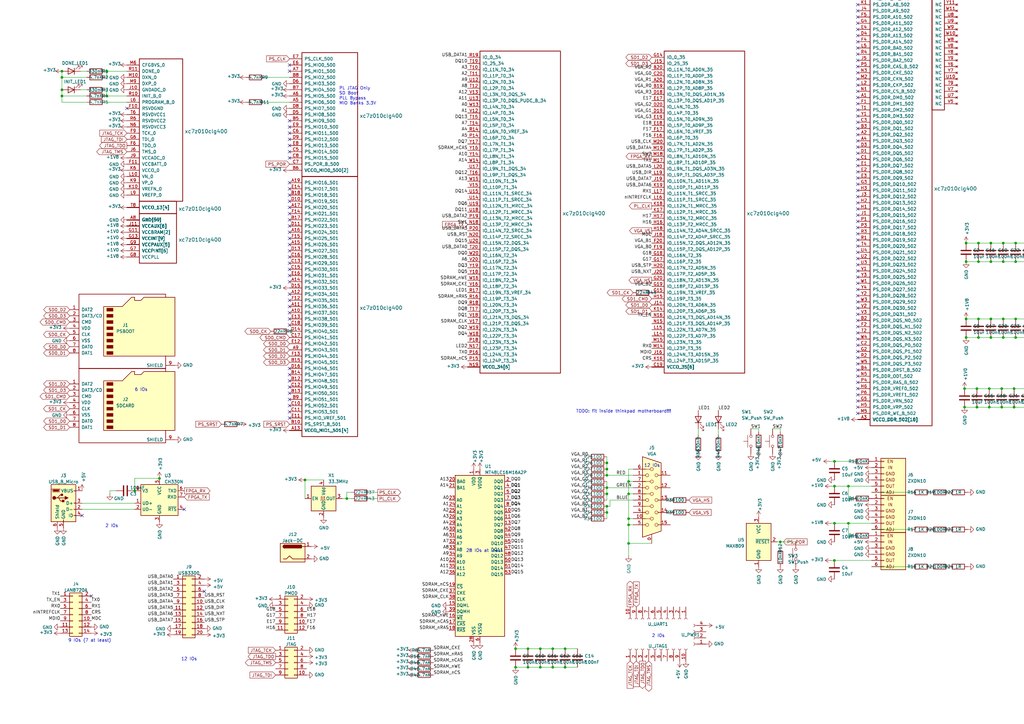
<source format=kicad_sch>
(kicad_sch (version 20211123) (generator eeschema)
  (paper "A3")
  (junction (at 257.81 212.725))
  (junction (at 396.24 130.81))
  (junction (at 406.4 138.43))
  (junction (at 426.085 159.385))
  (junction (at 426.72 107.315))
  (junction (at 226.695 266.065))
  (junction (at 231.775 273.685))
  (junction (at 406.4 107.315))
  (junction (at 426.72 99.695))
  (junction (at 416.56 138.43))
  (junction (at 401.32 107.315))
  (junction (at 441.96 107.315))
  (junction (at 400.685 159.385))
  (junction (at 441.96 99.695))
  (junction (at 431.8 130.81))
  (junction (at 257.81 222.885))
  (junction (at 25.4 39.37))
  (junction (at 400.685 167.005))
  (junction (at 406.4 99.695))
  (junction (at 431.165 167.005))
  (junction (at 342.265 189.23))
  (junction (at 231.775 266.065))
  (junction (at 431.8 107.315))
  (junction (at 25.4 36.83))
  (junction (at 416.56 99.695))
  (junction (at 401.32 138.43))
  (junction (at 411.48 107.315))
  (junction (at 401.32 130.81))
  (junction (at 410.845 159.385))
  (junction (at 43.815 29.21))
  (junction (at 411.48 138.43))
  (junction (at 405.765 159.385))
  (junction (at 415.925 159.385))
  (junction (at 226.695 273.685))
  (junction (at 248.92 194.945))
  (junction (at 221.615 273.685))
  (junction (at 342.2202 229.87))
  (junction (at 411.48 130.81))
  (junction (at 395.605 159.385))
  (junction (at 25.4 29.21))
  (junction (at 55.245 201.295))
  (junction (at 421.005 159.385))
  (junction (at 142.24 204.47))
  (junction (at 125.095 196.85))
  (junction (at 216.535 266.065))
  (junction (at 421.64 138.43))
  (junction (at 396.24 138.43))
  (junction (at 248.92 207.645))
  (junction (at 431.8 99.695))
  (junction (at 436.245 159.385))
  (junction (at 436.88 99.695))
  (junction (at 248.92 200.025))
  (junction (at 421.005 167.005))
  (junction (at 426.72 130.81))
  (junction (at 396.24 99.695))
  (junction (at 401.32 99.695))
  (junction (at 406.4 130.81))
  (junction (at 221.615 266.065))
  (junction (at 211.455 266.065))
  (junction (at 257.81 202.565))
  (junction (at 211.455 273.685))
  (junction (at 347.98 214.63))
  (junction (at 405.765 167.005))
  (junction (at 257.81 215.265))
  (junction (at 411.48 99.695))
  (junction (at 415.925 167.005))
  (junction (at 347.98 199.39))
  (junction (at 421.64 99.695))
  (junction (at 436.88 107.315))
  (junction (at 395.605 167.005))
  (junction (at 426.72 138.43))
  (junction (at 436.88 138.43))
  (junction (at 248.92 202.565))
  (junction (at 43.815 39.37))
  (junction (at 416.56 130.81))
  (junction (at 320.04 222.25))
  (junction (at 248.92 192.405))
  (junction (at 410.845 167.005))
  (junction (at 436.88 130.81))
  (junction (at 431.8 138.43))
  (junction (at 342.265 199.39))
  (junction (at 257.81 197.485))
  (junction (at 342.265 214.63))
  (junction (at 431.165 159.385))
  (junction (at 65.405 196.215))
  (junction (at 421.64 107.315))
  (junction (at 248.92 189.865))
  (junction (at 248.92 210.185))
  (junction (at 436.245 167.005))
  (junction (at 396.24 107.315))
  (junction (at 216.535 273.685))
  (junction (at 25.4 31.75))
  (junction (at 416.56 107.315))
  (junction (at 421.64 130.81))
  (junction (at 426.085 167.005))
  (no_connect (at 351.79 19.685))
  (no_connect (at 351.79 108.585))
  (no_connect (at 351.79 -18.415))
  (no_connect (at 351.79 164.465))
  (no_connect (at 351.79 34.925))
  (no_connect (at 351.79 126.365))
  (no_connect (at 351.79 111.125))
  (no_connect (at 118.745 85.09))
  (no_connect (at 351.79 78.105))
  (no_connect (at 351.79 136.525))
  (no_connect (at 118.745 52.07))
  (no_connect (at 351.79 29.845))
  (no_connect (at 351.79 95.885))
  (no_connect (at 351.79 139.065))
  (no_connect (at 351.79 42.545))
  (no_connect (at 118.745 64.77))
  (no_connect (at 118.745 171.45))
  (no_connect (at 52.07 44.45))
  (no_connect (at 351.79 -8.255))
  (no_connect (at 351.79 24.765))
  (no_connect (at 351.79 52.705))
  (no_connect (at 351.79 12.065))
  (no_connect (at 351.79 45.085))
  (no_connect (at 351.79 83.185))
  (no_connect (at 351.79 123.825))
  (no_connect (at 118.745 113.03))
  (no_connect (at 118.745 125.73))
  (no_connect (at 118.745 115.57))
  (no_connect (at 351.79 14.605))
  (no_connect (at 351.79 57.785))
  (no_connect (at 351.79 146.685))
  (no_connect (at 351.79 156.845))
  (no_connect (at 351.79 161.925))
  (no_connect (at 351.79 -0.635))
  (no_connect (at 351.79 88.265))
  (no_connect (at 351.79 75.565))
  (no_connect (at 351.79 -10.795))
  (no_connect (at 118.745 163.83))
  (no_connect (at 118.745 107.95))
  (no_connect (at 118.745 90.17))
  (no_connect (at 118.745 82.55))
  (no_connect (at 118.745 49.53))
  (no_connect (at 351.79 1.905))
  (no_connect (at 351.79 -15.875))
  (no_connect (at 351.79 90.805))
  (no_connect (at 351.79 9.525))
  (no_connect (at 118.745 168.91))
  (no_connect (at 351.79 73.025))
  (no_connect (at 351.79 133.985))
  (no_connect (at 351.79 93.345))
  (no_connect (at 118.745 153.67))
  (no_connect (at 118.745 110.49))
  (no_connect (at 351.79 106.045))
  (no_connect (at 351.79 70.485))
  (no_connect (at 351.79 67.945))
  (no_connect (at 351.79 17.145))
  (no_connect (at 351.79 154.305))
  (no_connect (at 351.79 -13.335))
  (no_connect (at 351.79 55.245))
  (no_connect (at 118.745 29.21))
  (no_connect (at 351.79 27.305))
  (no_connect (at 351.79 116.205))
  (no_connect (at 351.79 144.145))
  (no_connect (at 351.79 62.865))
  (no_connect (at 118.745 97.79))
  (no_connect (at 351.79 118.745))
  (no_connect (at 118.745 59.69))
  (no_connect (at 351.79 167.005))
  (no_connect (at 351.79 6.985))
  (no_connect (at 118.745 161.29))
  (no_connect (at 351.79 22.225))
  (no_connect (at 118.745 128.27))
  (no_connect (at 118.745 102.87))
  (no_connect (at 351.79 113.665))
  (no_connect (at 118.745 105.41))
  (no_connect (at 351.79 -3.175))
  (no_connect (at 118.745 156.21))
  (no_connect (at 351.79 50.165))
  (no_connect (at 351.79 37.465))
  (no_connect (at 351.79 85.725))
  (no_connect (at 118.745 100.33))
  (no_connect (at 118.745 158.75))
  (no_connect (at 351.79 141.605))
  (no_connect (at 351.79 100.965))
  (no_connect (at 351.79 151.765))
  (no_connect (at 351.79 4.445))
  (no_connect (at 118.745 57.15))
  (no_connect (at 351.79 47.625))
  (no_connect (at 351.79 103.505))
  (no_connect (at 351.79 32.385))
  (no_connect (at 351.79 131.445))
  (no_connect (at 118.745 74.93))
  (no_connect (at 351.79 169.545))
  (no_connect (at 118.745 151.13))
  (no_connect (at 75.565 208.915))
  (no_connect (at 37.465 244.475))
  (no_connect (at 118.745 130.81))
  (no_connect (at 118.745 120.65))
  (no_connect (at 83.82 242.57))
  (no_connect (at 33.655 211.455))
  (no_connect (at 118.745 77.47))
  (no_connect (at 351.79 -5.715))
  (no_connect (at 351.79 128.905))
  (no_connect (at 118.745 26.67))
  (no_connect (at 351.79 80.645))
  (no_connect (at 351.79 98.425))
  (no_connect (at 118.745 95.25))
  (no_connect (at 118.745 123.19))
  (no_connect (at 351.79 40.005))
  (no_connect (at 351.79 149.225))
  (no_connect (at 351.79 60.325))
  (no_connect (at 118.745 166.37))
  (no_connect (at 118.745 87.63))
  (no_connect (at 118.745 80.01))
  (no_connect (at 118.745 92.71))
  (no_connect (at 118.745 54.61))
  (no_connect (at 351.79 65.405))
  (no_connect (at 351.79 121.285))
  (no_connect (at 118.745 133.35))
  (no_connect (at 351.79 159.385))
  (no_connect (at 118.745 62.23))
  (wire (pts (xy 406.4 138.43) (xy 411.48 138.43)))
  (wire (pts (xy 43.18 41.91) (xy 52.07 41.91)))
  (wire (pts (xy 431.8 107.315) (xy 436.88 107.315)))
  (wire (pts (xy 436.88 130.81) (xy 441.96 130.81)))
  (wire (pts (xy 406.4 130.81) (xy 411.48 130.81)))
  (wire (pts (xy 401.32 130.81) (xy 406.4 130.81)))
  (wire (pts (xy 416.56 99.695) (xy 421.64 99.695)))
  (wire (pts (xy 43.18 29.21) (xy 43.815 29.21)))
  (wire (pts (xy 400.685 159.385) (xy 405.765 159.385)))
  (wire (pts (xy 125.095 196.85) (xy 125.095 204.47)))
  (wire (pts (xy 45.085 201.295) (xy 45.085 202.565)))
  (wire (pts (xy 257.81 202.565) (xy 257.81 197.485)))
  (wire (pts (xy 342.265 199.39) (xy 347.98 199.39)))
  (wire (pts (xy 43.815 29.21) (xy 52.07 29.21)))
  (wire (pts (xy 436.88 138.43) (xy 441.96 138.43)))
  (wire (pts (xy 431.165 159.385) (xy 436.245 159.385)))
  (wire (pts (xy 320.04 222.25) (xy 318.77 222.25)))
  (wire (pts (xy 25.4 31.75) (xy 25.4 36.83)))
  (wire (pts (xy 257.81 222.885) (xy 267.335 222.885)))
  (wire (pts (xy 421.64 138.43) (xy 426.72 138.43)))
  (wire (pts (xy 216.535 266.065) (xy 221.615 266.065)))
  (wire (pts (xy 406.4 107.315) (xy 411.48 107.315)))
  (wire (pts (xy 55.245 196.215) (xy 65.405 196.215)))
  (wire (pts (xy 125.095 196.85) (xy 132.715 196.85)))
  (wire (pts (xy 25.4 39.37) (xy 35.56 39.37)))
  (wire (pts (xy 43.815 36.83) (xy 43.815 39.37)))
  (wire (pts (xy 35.56 41.91) (xy 25.4 41.91)))
  (wire (pts (xy 248.92 207.645) (xy 248.92 210.185)))
  (wire (pts (xy 411.48 130.81) (xy 416.56 130.81)))
  (wire (pts (xy 250.19 205.105) (xy 250.19 207.645)))
  (wire (pts (xy 347.98 204.47) (xy 347.98 199.39)))
  (wire (pts (xy 248.92 200.025) (xy 259.715 200.025)))
  (wire (pts (xy 395.605 167.005) (xy 400.685 167.005)))
  (wire (pts (xy 411.48 107.315) (xy 416.56 107.315)))
  (wire (pts (xy 257.81 215.265) (xy 259.715 215.265)))
  (wire (pts (xy 426.085 167.005) (xy 431.165 167.005)))
  (wire (pts (xy 45.085 201.295) (xy 47.625 201.295)))
  (wire (pts (xy 421.64 130.81) (xy 426.72 130.81)))
  (wire (pts (xy 436.245 159.385) (xy 441.325 159.385)))
  (wire (pts (xy 347.98 199.39) (xy 357.505 199.39)))
  (wire (pts (xy 426.72 130.81) (xy 431.8 130.81)))
  (wire (pts (xy 396.24 130.81) (xy 401.32 130.81)))
  (wire (pts (xy 342.265 214.63) (xy 347.98 214.63)))
  (wire (pts (xy 248.92 192.405) (xy 248.92 194.945)))
  (wire (pts (xy 257.81 212.725) (xy 259.715 212.725)))
  (wire (pts (xy 43.815 29.21) (xy 43.815 31.75)))
  (wire (pts (xy 250.19 207.645) (xy 248.92 207.645)))
  (wire (pts (xy 441.96 99.695) (xy 447.04 99.695)))
  (wire (pts (xy 35.56 31.75) (xy 25.4 31.75)))
  (wire (pts (xy 431.165 167.005) (xy 436.245 167.005)))
  (wire (pts (xy 357.505 201.93) (xy 374.015 201.93)))
  (wire (pts (xy 257.81 197.485) (xy 257.81 192.405)))
  (wire (pts (xy 421.005 167.005) (xy 426.085 167.005)))
  (wire (pts (xy 340.995 229.87) (xy 342.2202 229.87)))
  (wire (pts (xy 231.775 273.685) (xy 236.855 273.685)))
  (wire (pts (xy 426.72 138.43) (xy 431.8 138.43)))
  (wire (pts (xy 33.655 208.915) (xy 55.245 208.915)))
  (wire (pts (xy 33.655 206.375) (xy 55.245 206.375)))
  (wire (pts (xy 221.615 273.685) (xy 226.695 273.685)))
  (wire (pts (xy 441.96 107.315) (xy 447.04 107.315)))
  (wire (pts (xy 320.04 177.165) (xy 320.04 175.895)))
  (wire (pts (xy 320.04 222.25) (xy 320.04 224.79)))
  (wire (pts (xy 226.695 266.065) (xy 231.775 266.065)))
  (wire (pts (xy 151.765 201.93) (xy 154.94 201.93)))
  (wire (pts (xy 43.815 39.37) (xy 52.07 39.37)))
  (wire (pts (xy 221.615 266.065) (xy 226.695 266.065)))
  (wire (pts (xy 248.92 210.185) (xy 248.92 212.725)))
  (wire (pts (xy 342.265 189.23) (xy 349.885 189.23)))
  (wire (pts (xy 231.775 266.065) (xy 236.855 266.065)))
  (wire (pts (xy 211.455 266.065) (xy 216.535 266.065)))
  (wire (pts (xy 43.18 31.75) (xy 43.815 31.75)))
  (wire (pts (xy 416.56 130.81) (xy 421.64 130.81)))
  (wire (pts (xy 431.8 99.695) (xy 436.88 99.695)))
  (wire (pts (xy 421.005 159.385) (xy 426.085 159.385)))
  (wire (pts (xy 33.02 29.21) (xy 35.56 29.21)))
  (wire (pts (xy 316.865 175.895) (xy 320.04 175.895)))
  (wire (pts (xy 431.8 130.81) (xy 436.88 130.81)))
  (wire (pts (xy 142.24 204.47) (xy 144.145 204.47)))
  (wire (pts (xy 396.24 138.43) (xy 401.32 138.43)))
  (wire (pts (xy 311.15 177.165) (xy 311.15 175.895)))
  (wire (pts (xy 401.32 138.43) (xy 406.4 138.43)))
  (wire (pts (xy 257.81 202.565) (xy 259.715 202.565)))
  (wire (pts (xy 426.72 99.695) (xy 431.8 99.695)))
  (wire (pts (xy 108.585 41.91) (xy 118.745 41.91)))
  (wire (pts (xy 257.81 222.885) (xy 257.81 227.965)))
  (wire (pts (xy 431.8 138.43) (xy 436.88 138.43)))
  (wire (pts (xy 426.72 107.315) (xy 431.8 107.315)))
  (wire (pts (xy 294.64 175.895) (xy 294.64 178.435)))
  (wire (pts (xy 396.24 99.695) (xy 401.32 99.695)))
  (wire (pts (xy 25.4 41.91) (xy 25.4 39.37)))
  (wire (pts (xy 43.18 39.37) (xy 43.815 39.37)))
  (wire (pts (xy 25.4 36.83) (xy 25.4 39.37)))
  (wire (pts (xy 43.18 36.83) (xy 43.815 36.83)))
  (wire (pts (xy 248.92 189.865) (xy 248.92 192.405)))
  (wire (pts (xy 257.81 215.265) (xy 257.81 212.725)))
  (wire (pts (xy 426.085 159.385) (xy 431.165 159.385)))
  (wire (pts (xy 108.585 31.75) (xy 118.745 31.75)))
  (wire (pts (xy 226.695 273.685) (xy 231.775 273.685)))
  (wire (pts (xy 257.81 215.265) (xy 257.81 222.885)))
  (wire (pts (xy 421.64 107.315) (xy 426.72 107.315)))
  (wire (pts (xy 410.845 167.005) (xy 415.925 167.005)))
  (wire (pts (xy 436.88 107.315) (xy 441.96 107.315)))
  (wire (pts (xy 144.145 201.93) (xy 142.24 201.93)))
  (wire (pts (xy 421.64 99.695) (xy 426.72 99.695)))
  (wire (pts (xy 248.92 202.565) (xy 248.92 205.105)))
  (wire (pts (xy 405.765 159.385) (xy 410.845 159.385)))
  (wire (pts (xy 400.685 167.005) (xy 405.765 167.005)))
  (wire (pts (xy 415.925 159.385) (xy 421.005 159.385)))
  (wire (pts (xy 25.4 31.75) (xy 25.4 29.21)))
  (wire (pts (xy 401.32 99.695) (xy 406.4 99.695)))
  (wire (pts (xy 248.92 200.025) (xy 248.92 202.565)))
  (wire (pts (xy 33.02 36.83) (xy 35.56 36.83)))
  (wire (pts (xy 140.335 204.47) (xy 142.24 204.47)))
  (wire (pts (xy 416.56 107.315) (xy 421.64 107.315)))
  (wire (pts (xy 436.88 99.695) (xy 441.96 99.695)))
  (wire (pts (xy 257.81 212.725) (xy 257.81 202.565)))
  (wire (pts (xy 396.24 107.315) (xy 401.32 107.315)))
  (wire (pts (xy 340.995 199.39) (xy 342.265 199.39)))
  (wire (pts (xy 411.48 138.43) (xy 416.56 138.43)))
  (wire (pts (xy 340.36 189.23) (xy 342.265 189.23)))
  (wire (pts (xy 257.81 192.405) (xy 259.715 192.405)))
  (wire (pts (xy 142.24 201.93) (xy 142.24 204.47)))
  (wire (pts (xy 401.32 107.315) (xy 406.4 107.315)))
  (wire (pts (xy 347.98 214.63) (xy 357.505 214.63)))
  (wire (pts (xy 395.605 159.385) (xy 400.685 159.385)))
  (wire (pts (xy 257.81 197.485) (xy 259.715 197.485)))
  (wire (pts (xy 406.4 99.695) (xy 411.48 99.695)))
  (wire (pts (xy 349.885 219.71) (xy 347.98 219.71)))
  (wire (pts (xy 342.2202 229.87) (xy 357.505 229.87)))
  (wire (pts (xy 340.995 214.63) (xy 342.265 214.63)))
  (wire (pts (xy 151.765 204.47) (xy 154.94 204.47)))
  (wire (pts (xy 416.56 138.43) (xy 421.64 138.43)))
  (wire (pts (xy 211.455 273.685) (xy 216.535 273.685)))
  (wire (pts (xy 436.245 167.005) (xy 441.325 167.005)))
  (wire (pts (xy 411.48 99.695) (xy 416.56 99.695)))
  (wire (pts (xy 347.98 219.71) (xy 347.98 214.63)))
  (wire (pts (xy 349.885 204.47) (xy 347.98 204.47)))
  (wire (pts (xy 248.92 194.945) (xy 259.715 194.945)))
  (wire (pts (xy 307.975 175.895) (xy 311.15 175.895)))
  (wire (pts (xy 405.765 167.005) (xy 410.845 167.005)))
  (wire (pts (xy 286.385 175.895) (xy 286.385 178.435)))
  (wire (pts (xy 415.925 167.005) (xy 421.005 167.005)))
  (wire (pts (xy 250.19 205.105) (xy 259.715 205.105)))
  (wire (pts (xy 55.245 201.295) (xy 55.245 196.215)))
  (wire (pts (xy 216.535 273.685) (xy 221.615 273.685)))
  (wire (pts (xy 248.92 197.485) (xy 248.92 200.025)))
  (wire (pts (xy 410.845 159.385) (xy 415.925 159.385)))
  (wire (pts (xy 320.04 222.25) (xy 326.39 222.25)))
  (wire (pts (xy 248.92 187.325) (xy 248.92 189.865)))
  (wire (pts (xy 357.505 217.17) (xy 374.015 217.17)))
  (wire (pts (xy 357.505 232.41) (xy 374.015 232.41)))
  (text "12 IOs" (at 74.295 271.145 0) (effects (font (size 1.27 1.27)) (justify left bottom)))
  (text "6 IOs" (at 55.245 160.655 0) (effects (font (size 1.27 1.27)) (justify left bottom)))
  (text "28 IOs at least" (at 191.135 226.695 0) (effects (font (size 1.27 1.27)) (justify left bottom)))
  (text "2 IOs" (at 43.18 216.535 0) (effects (font (size 1.27 1.27)) (justify left bottom)))
  (text "2 IOs" (at 267.335 261.62 0) (effects (font (size 1.27 1.27)) (justify left bottom)))
  (text "9 IOs (7 at least)" (at 27.94 263.525 0) (effects (font (size 1.27 1.27)) (justify left bottom)))
  (text "PL JTAG Only\nSD Boot\nPLL Bypass\nMIO Banks 3.3V" (at 139.065 43.18 0) (effects (font (size 1.27 1.27)) (justify left bottom)))
  (text "12 IOs" (at 264.16 191.77 0) (effects (font (size 1.27 1.27)) (justify left bottom)))
  (text "TODO: fit inside thinkpad motherboard!!!" (at 236.22 169.545 0) (effects (font (size 1.27 1.27)) (justify left bottom)))
  (label "TX1" (at 24.765 244.475 180))
  (label "F17" (at 125.73 255.905 0))
  (label "USB_DATA6" (at 267.335 76.835 180))
  (label "DQ14" (at 209.55 233.045 0))
  (label "DQ6" (at 191.77 84.455 180))
  (label "SW2" (at 267.335 64.135 180))
  (label "DQ14" (at 191.77 79.375 180))
  (label "SDRAM_nCS" (at 184.15 240.665 180))
  (label "TX_EN" (at 24.765 247.015 180))
  (label "DQ12" (at 191.77 71.755 180))
  (label "USB_DATA0" (at 71.12 237.49 180))
  (label "A5" (at 184.15 217.805 180))
  (label "VGA_B0" (at 241.3 207.645 180))
  (label "USB_DIR" (at 83.82 250.19 0))
  (label "DQ2" (at 209.55 202.565 0))
  (label "VGA_R0" (at 267.335 36.195 180))
  (label "A10" (at 191.77 64.135 180))
  (label "USB_DATA1" (at 71.12 240.03 180))
  (label "VGA_R1" (at 267.335 33.655 180))
  (label "F17" (at 267.335 53.975 180))
  (label "DQ3" (at 209.55 205.105 0))
  (label "RX1" (at 267.335 79.375 180))
  (label "DQ13" (at 209.55 230.505 0))
  (label "USB_DATA3" (at 191.77 94.615 180))
  (label "SDRAM_nWE" (at 184.15 253.365 180))
  (label "DQ6" (at 209.55 212.725 0))
  (label "DQ7" (at 191.77 59.055 180))
  (label "DQ3" (at 209.55 205.105 0))
  (label "SDRAM_CKE" (at 177.8 266.7 0))
  (label "USB_STP" (at 83.82 255.27 0))
  (label "DQ11" (at 209.55 225.425 0))
  (label "nINTREFCLK" (at 24.765 252.095 180))
  (label "VGA_R3" (at 241.3 194.945 180))
  (label "USB_DATA0" (at 191.77 102.235 180))
  (label "SW1" (at 307.975 175.895 0))
  (label "SDRAM_nRAS" (at 177.8 269.24 0))
  (label "TX0" (at 191.77 145.415 180))
  (label "LED2" (at 294.64 168.275 0))
  (label "LED1" (at 191.77 120.015 180))
  (label "USB_CLK" (at 267.335 59.055 180))
  (label "VGA_R3" (at 267.335 38.735 180))
  (label "A1" (at 184.15 207.645 180))
  (label "VGA_G3" (at 267.335 48.895 180))
  (label "DQ10" (at 191.77 26.035 180))
  (label "G17" (at 113.03 253.365 180))
  (label "SDRAM_nWE" (at 177.8 274.32 0))
  (label "DQ1" (at 209.55 200.025 0))
  (label "USB_DATA1" (at 191.77 23.495 180))
  (label "DQ1" (at 191.77 130.175 180))
  (label "G18" (at 267.335 104.775 180))
  (label "SDRAM_CLK" (at 191.77 132.715 180))
  (label "A6" (at 184.15 220.345 180))
  (label "DQ5" (at 191.77 112.395 180))
  (label "LED1" (at 286.385 168.275 0))
  (label "A5" (at 191.77 56.515 180))
  (label "A13" (at 191.77 74.295 180))
  (label "USB_RST" (at 83.82 245.11 0))
  (label "DQ7" (at 209.55 215.265 0))
  (label "USB_DATA5" (at 267.335 69.215 180))
  (label "H16" (at 113.03 258.445 180))
  (label "VGA_G2" (at 267.335 43.815 180))
  (label "DQ4" (at 191.77 137.795 180))
  (label "A6" (at 191.77 107.315 180))
  (label "SDRAM_nCAS" (at 184.15 255.905 180))
  (label "VGA_B1" (at 241.3 210.185 180))
  (label "USB_DATA4" (at 71.12 247.65 180))
  (label "A12" (at 191.77 38.735 180))
  (label "A4" (at 184.15 215.265 180))
  (label "SDRAM_CLK" (at 184.15 245.745 180))
  (label "DQ15" (at 209.55 235.585 0))
  (label "A2" (at 184.15 210.185 180))
  (label "A13" (at 184.15 197.485 180))
  (label "LED2" (at 191.77 142.875 180))
  (label "USB_DATA3" (at 71.12 245.11 180))
  (label "SDRAM_nRAS" (at 191.77 122.555 180))
  (label "VGA_G1" (at 241.3 200.025 180))
  (label "A8" (at 191.77 36.195 180))
  (label "RED" (at 252.73 194.945 0))
  (label "E18" (at 125.73 250.825 0))
  (label "USB_DATA5" (at 71.12 250.19 180))
  (label "A9" (at 184.15 227.965 180))
  (label "SDRAM_nCS" (at 191.77 147.955 180))
  (label "CRS" (at 267.335 147.955 180))
  (label "DQ9" (at 191.77 125.095 180))
  (label "A0" (at 191.77 43.815 180))
  (label "MDIO" (at 267.335 145.415 180))
  (label "E18" (at 267.335 51.435 180))
  (label "G17" (at 267.335 107.315 180))
  (label "CRS" (at 37.465 252.095 0))
  (label "TX0" (at 37.465 247.015 0))
  (label "RX1" (at 37.465 249.555 0))
  (label "SDRAM_nWE" (at 191.77 114.935 180))
  (label "USB_NXT" (at 267.335 112.395 180))
  (label "H17" (at 125.73 253.365 0))
  (label "RX0" (at 267.335 142.875 180))
  (label "G18" (at 113.03 250.825 180))
  (label "A10" (at 184.15 230.505 180))
  (label "DQ15" (at 191.77 99.695 180))
  (label "SW1" (at 191.77 92.075 180))
  (label "F16" (at 267.335 56.515 180))
  (label "SDRAM_nRAS" (at 184.15 258.445 180))
  (label "USB_DATA2" (at 191.77 89.535 180))
  (label "DQ5" (at 209.55 210.185 0))
  (label "DQ12" (at 209.55 227.965 0))
  (label "VGA_G1" (at 267.335 46.355 180))
  (label "USB_DATA7" (at 267.335 74.295 180))
  (label "A11" (at 184.15 233.045 180))
  (label "VGA_B1" (at 267.335 99.695 180))
  (label "MDIO" (at 24.765 254.635 180))
  (label "A8" (at 184.15 225.425 180))
  (label "A7" (at 191.77 51.435 180))
  (label "DQ4" (at 209.55 207.645 0))
  (label "A12" (at 184.15 235.585 180))
  (label "SDRAM_nCAS" (at 191.77 61.595 180))
  (label "H17" (at 267.335 89.535 180))
  (label "VGA_R1" (at 241.3 189.865 180))
  (label "A3" (at 184.15 212.725 180))
  (label "USB_RST" (at 191.77 97.155 180))
  (label "MDC" (at 267.335 97.155 180))
  (label "A7" (at 184.15 222.885 180))
  (label "MDC" (at 37.465 254.635 0))
  (label "SDRAM_CKE" (at 191.77 117.475 180))
  (label "A11" (at 191.77 41.275 180))
  (label "DQ0" (at 191.77 104.775 180))
  (label "SDRAM_nCS" (at 177.8 276.86 0))
  (label "USB_DIR" (at 267.335 71.755 180))
  (label "E17" (at 267.335 41.275 180))
  (label "VGA_R0" (at 241.3 187.325 180))
  (label "A9" (at 191.77 33.655 180))
  (label "A4" (at 191.77 53.975 180))
  (label "A14" (at 191.77 66.675 180))
  (label "VGA_B2" (at 267.335 117.475 180))
  (label "TX_EN" (at 267.335 130.175 180))
  (label "USB_STP" (at 267.335 109.855 180))
  (label "DQ1" (at 209.55 200.025 0))
  (label "VGA_G0" (at 267.335 31.115 180))
  (label "F16" (at 125.73 258.445 0))
  (label "VGA_G3" (at 241.3 205.105 180))
  (label "DQ10" (at 209.55 222.885 0))
  (label "SDRAM_nCAS" (at 177.8 271.78 0))
  (label "USB_DATA7" (at 71.12 255.27 180))
  (label "DQ8" (at 191.77 127.635 180))
  (label "A14" (at 184.15 200.025 180))
  (label "H16" (at 267.335 92.075 180))
  (label "E17" (at 113.03 255.905 180))
  (label "GREEN" (at 252.73 200.025 0))
  (label "SDRAM_CKE" (at 184.15 243.205 180))
  (label "DQ11" (at 191.77 86.995 180))
  (label "TX1" (at 267.335 66.675 180))
  (label "nINTREFCLK" (at 267.335 81.915 180))
  (label "A0" (at 184.15 205.105 180))
  (label "DQ9" (at 209.55 220.345 0))
  (label "DQ2" (at 191.77 135.255 180))
  (label "RX0" (at 24.765 249.555 180))
  (label "BLUE" (at 252.73 205.105 0))
  (label "A1" (at 191.77 46.355 180))
  (label "USB_DATA2" (at 71.12 242.57 180))
  (label "DQ4" (at 209.55 207.645 0))
  (label "VGA_G0" (at 241.3 197.485 180))
  (label "USB_NXT" (at 83.82 252.73 0))
  (label "VGA_R2" (at 267.335 28.575 180))
  (label "DQ13" (at 191.77 48.895 180))
  (label "USB_DATA6" (at 71.12 252.73 180))
  (label "VGA_R2" (at 241.3 192.405 180))
  (label "DQ2" (at 209.55 202.565 0))
  (label "VGA_B2" (at 241.3 212.725 180))
  (label "USB_CLK" (at 83.82 247.65 0))
  (label "DQ0" (at 209.55 197.485 0))
  (label "A3" (at 191.77 28.575 180))
  (label "DQ8" (at 209.55 217.805 0))
  (label "VGA_G2" (at 241.3 202.565 180))
  (label "VGA_B0" (at 267.335 102.235 180))
  (label "DQ3" (at 191.77 109.855 180))
  (label "A2" (at 191.77 31.115 180))
  (label "SW2" (at 316.865 175.895 0))
  (label "USB_DATA4" (at 267.335 61.595 180))
  (global_label "JTAG_TCK" (shape input) (at 52.07 54.61 180) (property "Intersheet References" "${INTERSHEET_REFS}" (effects hide)))
  (global_label "SD1_CK" (shape bidirectional) (at 259.715 120.015 180) (property "Intersheet References" "${INTERSHEET_REFS}" (effects hide)))
  (global_label "SD0_CMD" (shape bidirectional) (at 118.745 138.43 180) (property "Intersheet References" "${INTERSHEET_REFS}" (effects hide)))
  (global_label "FPGA_RX" (shape output) (at 75.565 201.295 0) (property "Intersheet References" "${INTERSHEET_REFS}" (effects hide)))
  (global_label "SD1_D2" (shape bidirectional) (at 267.335 23.495 180) (property "Intersheet References" "${INTERSHEET_REFS}" (effects hide)))
  (global_label "PL_CLK" (shape output) (at 154.94 204.47 0) (property "Intersheet References" "${INTERSHEET_REFS}" (effects hide)))
  (global_label "SD1_D1" (shape bidirectional) (at 267.335 127.635 180) (property "Intersheet References" "${INTERSHEET_REFS}" (effects hide)))
  (global_label "SD0_D3" (shape bidirectional) (at 118.745 148.59 180) (property "Intersheet References" "${INTERSHEET_REFS}" (effects hide)))
  (global_label "VGA_HS" (shape output) (at 267.335 114.935 180) (property "Intersheet References" "${INTERSHEET_REFS}" (effects hide)))
  (global_label "JTAG_TMS" (shape bidirectional) (at 113.03 271.78 180) (property "Intersheet References" "${INTERSHEET_REFS}" (effects hide)))
  (global_label "SD0_CMD" (shape bidirectional) (at 28.575 132.08 180) (property "Intersheet References" "${INTERSHEET_REFS}" (effects hide)))
  (global_label "SD1_CMD" (shape bidirectional) (at 28.575 162.56 180) (property "Intersheet References" "${INTERSHEET_REFS}" (effects hide)))
  (global_label "FPGA_RX" (shape output) (at 267.335 64.135 180) (property "Intersheet References" "${INTERSHEET_REFS}" (effects hide)))
  (global_label "FPGA_TX" (shape input) (at 260.985 248.92 90) (property "Intersheet References" "${INTERSHEET_REFS}" (effects hide)))
  (global_label "SD1_D0" (shape bidirectional) (at 267.335 125.095 180) (property "Intersheet References" "${INTERSHEET_REFS}" (effects hide)))
  (global_label "SD0_D0" (shape bidirectional) (at 118.745 140.97 180) (property "Intersheet References" "${INTERSHEET_REFS}" (effects hide)))
  (global_label "JTAG_TDO" (shape output) (at 52.07 59.69 180) (property "Intersheet References" "${INTERSHEET_REFS}" (effects hide)))
  (global_label "SD1_D3" (shape bidirectional) (at 28.575 160.02 180) (property "Intersheet References" "${INTERSHEET_REFS}" (effects hide)))
  (global_label "PS_CLK" (shape input) (at 118.745 24.13 180) (property "Intersheet References" "${INTERSHEET_REFS}" (effects hide)))
  (global_label "SD0_D1" (shape bidirectional) (at 28.575 144.78 180) (property "Intersheet References" "${INTERSHEET_REFS}" (effects hide)))
  (global_label "SD0_CK" (shape bidirectional) (at 28.575 137.16 180) (property "Intersheet References" "${INTERSHEET_REFS}" (effects hide)))
  (global_label "JTAG_TDI" (shape input) (at 52.07 57.15 180) (property "Intersheet References" "${INTERSHEET_REFS}" (effects hide)))
  (global_label "VGA_VS" (shape input) (at 282.575 210.185 0) (property "Intersheet References" "${INTERSHEET_REFS}" (effects hide)))
  (global_label "VGA_HS" (shape input) (at 282.575 205.105 0) (property "Intersheet References" "${INTERSHEET_REFS}" (effects hide)))
  (global_label "JTAG_TCK" (shape input) (at 113.03 266.7 180) (property "Intersheet References" "${INTERSHEET_REFS}" (effects hide)))
  (global_label "SD1_D1" (shape bidirectional) (at 28.575 175.26 180) (property "Intersheet References" "${INTERSHEET_REFS}" (effects hide)))
  (global_label "SD1_D3" (shape bidirectional) (at 267.335 26.035 180) (property "Intersheet References" "${INTERSHEET_REFS}" (effects hide)))
  (global_label "SD1_CMD" (shape bidirectional) (at 267.335 122.555 180) (property "Intersheet References" "${INTERSHEET_REFS}" (effects hide)))
  (global_label "SD0_D2" (shape bidirectional) (at 28.575 127 180) (property "Intersheet References" "${INTERSHEET_REFS}" (effects hide)))
  (global_label "PL_CLK" (shape output) (at 267.335 84.455 180) (property "Intersheet References" "${INTERSHEET_REFS}" (effects hide)))
  (global_label "JTAG_TMS" (shape bidirectional) (at 266.065 271.145 270) (property "Intersheet References" "${INTERSHEET_REFS}" (effects hide)))
  (global_label "SD1_D2" (shape bidirectional) (at 28.575 157.48 180) (property "Intersheet References" "${INTERSHEET_REFS}" (effects hide)))
  (global_label "SD0_D2" (shape bidirectional) (at 118.745 146.05 180) (property "Intersheet References" "${INTERSHEET_REFS}" (effects hide)))
  (global_label "JTAG_TDI" (shape input) (at 113.03 276.86 180) (property "Intersheet References" "${INTERSHEET_REFS}" (effects hide)))
  (global_label "JTAG_TMS" (shape bidirectional) (at 52.07 62.23 180) (property "Intersheet References" "${INTERSHEET_REFS}" (effects hide)))
  (global_label "PS_SRST" (shape input) (at 90.805 173.99 180) (property "Intersheet References" "${INTERSHEET_REFS}" (effects hide)))
  (global_label "JTAG_TDI" (shape input) (at 260.985 271.145 270) (property "Intersheet References" "${INTERSHEET_REFS}" (effects hide)))
  (global_label "VGA_VS" (shape output) (at 267.335 94.615 180) (property "Intersheet References" "${INTERSHEET_REFS}" (effects hide)))
  (global_label "SD1_D0" (shape bidirectional) (at 28.575 172.72 180) (property "Intersheet References" "${INTERSHEET_REFS}" (effects hide)))
  (global_label "SD0_D3" (shape bidirectional) (at 28.575 129.54 180) (property "Intersheet References" "${INTERSHEET_REFS}" (effects hide)))
  (global_label "FPGA_TX" (shape input) (at 191.77 92.075 180) (property "Intersheet References" "${INTERSHEET_REFS}" (effects hide)))
  (global_label "PS_POR" (shape input) (at 321.31 222.25 0) (property "Intersheet References" "${INTERSHEET_REFS}" (effects hide)))
  (global_label "SD0_D0" (shape bidirectional) (at 28.575 142.24 180) (property "Intersheet References" "${INTERSHEET_REFS}" (effects hide)))
  (global_label "PS_SRST" (shape input) (at 118.745 173.99 180) (property "Intersheet References" "${INTERSHEET_REFS}" (effects hide)))
  (global_label "SD0_CK" (shape bidirectional) (at 111.125 135.89 180) (property "Intersheet References" "${INTERSHEET_REFS}" (effects hide)))
  (global_label "PS_POR" (shape input) (at 118.745 67.31 180) (property "Intersheet References" "${INTERSHEET_REFS}" (effects hide)))
  (global_label "FPGA_RX" (shape output) (at 258.445 248.92 90) (property "Intersheet References" "${INTERSHEET_REFS}" (effects hide)))
  (global_label "JTAG_TCK" (shape input) (at 258.445 271.145 270) (property "Intersheet References" "${INTERSHEET_REFS}" (effects hide)))
  (global_label "SD1_CK" (shape bidirectional) (at 28.575 167.64 180) (property "Intersheet References" "${INTERSHEET_REFS}" (effects hide)))
  (global_label "PS_CLK" (shape output) (at 154.94 201.93 0) (property "Intersheet References" "${INTERSHEET_REFS}" (effects hide)))
  (global_label "JTAG_TDO" (shape output) (at 263.525 271.145 270) (property "Intersheet References" "${INTERSHEET_REFS}" (effects hide)))
  (global_label "FPGA_TX" (shape input) (at 75.565 203.835 0) (property "Intersheet References" "${INTERSHEET_REFS}" (effects hide)))
  (global_label "SD0_D1" (shape bidirectional) (at 118.745 143.51 180) (property "Intersheet References" "${INTERSHEET_REFS}" (effects hide)))
  (global_label "JTAG_TDO" (shape output) (at 113.03 269.24 180) (property "Intersheet References" "${INTERSHEET_REFS}" (effects hide)))
  (symbol (lib_id "power:+3V3") (at 52.07 69.85 90) (unit 1)
    (property "Reference" "#PWR0125" (effects hide))
    (property "Value" "+3V3" (at 49.5808 69.342 90) (effects (justify left)))
  )
  (symbol (lib_id "Device:C") (at 447.04 103.505 0) (unit 1)
    (property "Reference" "C42" (at 449.961 102.6703 0) (effects (justify left)))
    (property "Value" "100nF" (at 449.961 105.2072 0) (effects (justify left)))
    (property "Footprint" "Capacitor_SMD:C_0402_1005Metric" (effects hide))
  )
  (symbol (lib_id "power:GND") (at 196.85 263.525 0) (unit 1)
    (property "Reference" "#PWR0177" (effects hide))
    (property "Value" "GND" (at 196.977 266.7762 90) (effects (justify right)))
  )
  (symbol (lib_id "power:GND") (at 342.265 207.01 270) (unit 1)
    (property "Reference" "#PWR0158" (effects hide))
    (property "Value" "GND" (at 339.0138 207.137 90) (effects (justify right)))
  )
  (symbol (lib_id "Device:R") (at 173.99 266.7 270) (unit 1)
    (property "Reference" "R8" (at 170.18 266.7 90))
    (property "Value" "4.7nK" (at 173.99 266.7 90))
    (property "Footprint" "Resistor_SMD:R_0603_1608Metric_Pad0.98x0.95mm_HandSolder" (effects hide))
  )
  (symbol (lib_id "Device:R") (at 245.11 194.945 270) (unit 1)
    (property "Reference" "R28" (at 241.3 194.945 90))
    (property "Value" "100" (at 245.11 194.945 90))
    (property "Footprint" "Resistor_SMD:R_0603_1608Metric_Pad0.98x0.95mm_HandSolder" (effects hide))
  )
  (symbol (lib_id "Device:R") (at 286.385 182.245 0) (unit 1)
    (property "Reference" "R36" (at 286.385 186.055 90))
    (property "Value" "330nR" (at 286.385 182.245 90))
    (property "Footprint" "Resistor_SMD:R_0603_1608Metric_Pad0.98x0.95mm_HandSolder" (effects hide))
  )
  (symbol (lib_id "Device:C") (at 406.4 103.505 0) (unit 1)
    (property "Reference" "C19" (at 409.321 102.6703 0) (effects (justify left)))
    (property "Value" "100nF" (at 409.321 105.2072 0) (effects (justify left)))
    (property "Footprint" "Capacitor_SMD:C_0402_1005Metric" (effects hide))
  )
  (symbol (lib_id "power:GND") (at 52.07 31.75 270) (unit 1)
    (property "Reference" "#PWR0117" (effects hide))
    (property "Value" "GND" (at 48.8188 31.877 90) (effects (justify right)))
  )
  (symbol (lib_id "power:+3V3") (at 118.745 39.37 90) (unit 1)
    (property "Reference" "#PWR0151" (effects hide))
    (property "Value" "+3V3" (at 116.2558 38.862 90) (effects (justify left)))
  )
  (symbol (lib_id "power:+1V0") (at 52.07 95.25 90) (unit 1)
    (property "Reference" "#PWR0131" (effects hide))
    (property "Value" "+1V0" (at 48.8188 94.869 90) (effects (justify left)))
  )
  (symbol (lib_id "xc7z010clg400:xc7z010clg400") (at 118.745 74.93 0) (unit 6)
    (property "Reference" "U2" (effects hide))
    (property "Value" "xc7z010clg400" (at 147.4724 126.2505 0) (effects (font (size 1.524 1.524)) (justify left)))
    (property "Footprint" "zynq:Xilinx_CLG400_smallpad" (effects hide))
    (property "desc" "xc7z010clg400" (effects hide))
  )
  (symbol (lib_id "Device:C") (at 236.855 269.875 0) (unit 1)
    (property "Reference" "C14" (at 239.776 269.0403 0) (effects (justify left)))
    (property "Value" "100nF" (at 239.776 271.5772 0) (effects (justify left)))
    (property "Footprint" "Capacitor_SMD:C_0603_1608Metric_Pad1.08x0.95mm_HandSolder" (effects hide))
  )
  (symbol (lib_id "Device:C") (at 51.435 201.295 270) (unit 1)
    (property "Reference" "C3" (at 53.34 202.565 90) (effects (justify left)))
    (property "Value" "100nF" (at 53.34 200.025 90) (effects (justify left)))
    (property "Footprint" "Capacitor_SMD:C_0603_1608Metric_Pad1.08x0.95mm_HandSolder" (effects hide))
  )
  (symbol (lib_id "Device:R") (at 245.11 202.565 270) (unit 1)
    (property "Reference" "R31" (at 241.3 202.565 90))
    (property "Value" "100" (at 245.11 202.565 90))
    (property "Footprint" "Resistor_SMD:R_0603_1608Metric_Pad0.98x0.95mm_HandSolder" (effects hide))
  )
  (symbol (lib_id "Device:R") (at 173.99 269.24 270) (unit 1)
    (property "Reference" "R10" (at 170.18 269.24 90))
    (property "Value" "4.7nK" (at 173.99 269.24 90))
    (property "Footprint" "Resistor_SMD:R_0603_1608Metric_Pad0.98x0.95mm_HandSolder" (effects hide))
  )
  (symbol (lib_id "Connector:Jack-DC") (at 120.015 226.695 0) (unit 1)
    (property "Reference" "J12" (at 120.015 219.1852 0))
    (property "Value" "Jack-DC" (at 120.015 221.7221 0))
    (property "Footprint" "Connector_BarrelJack:BarrelJack_Wuerth_6941xx301002" (effects hide))
  )
  (symbol (lib_id "xc7z010clg400:xc7z010clg400") (at 392.43 42.545 180) (unit 9)
    (property "Reference" "U2" (effects hide))
    (property "Value" "xc7z010clg400" (at 384.81 -22.1981 0) (effects (font (size 1.524 1.524))))
    (property "Footprint" "zynq:Xilinx_CLG400_smallpad" (effects hide))
    (property "desc" "xc7z010clg400" (effects hide))
  )
  (symbol (lib_id "power:GND") (at 294.64 186.055 0) (unit 1)
    (property "Reference" "#PWR0218" (effects hide))
    (property "Value" "GND" (at 294.767 189.3062 90) (effects (justify right)))
  )
  (symbol (lib_id "Connector_Generic:Conn_02x05_Odd_Even") (at 118.11 271.78 0) (unit 1)
    (property "Reference" "J11" (at 119.38 261.7302 0))
    (property "Value" "JTAG" (at 119.38 264.2671 0))
    (property "Footprint" "Connector_PinHeader_2.54mm:PinHeader_2x05_P2.54mm_Vertical" (effects hide))
  )
  (symbol (lib_id "power:+5V") (at 357.505 191.77 90) (unit 1)
    (property "Reference" "#PWR0110" (effects hide))
    (property "Value" "+5V" (at 349.885 191.77 90) (effects (justify right)))
  )
  (symbol (lib_id "Device:C") (at 342.265 218.44 0) (unit 1)
    (property "Reference" "C7" (at 345.186 217.6053 0) (effects (justify left)))
    (property "Value" "10uF" (at 345.186 220.1422 0) (effects (justify left)))
    (property "Footprint" "Capacitor_SMD:C_0603_1608Metric_Pad1.08x0.95mm_HandSolder" (effects hide))
  )
  (symbol (lib_id "power:+3V3") (at 311.15 212.09 0) (unit 1)
    (property "Reference" "#PWR0171" (effects hide))
    (property "Value" "+3V3" (at 311.658 209.6008 90) (effects (justify left)))
  )
  (symbol (lib_id "power:+1V8") (at 52.07 105.41 90) (unit 1)
    (property "Reference" "#PWR0137" (effects hide))
    (property "Value" "+1V8" (at 48.8188 105.029 90) (effects (justify left)))
  )
  (symbol (lib_id "Connector:Conn_01x04_Female") (at 284.48 261.62 180) (unit 1)
    (property "Reference" "U_PWR1" (at 283.21 260.35 0))
    (property "Value" "Conn_01x04_Female" (effects hide))
    (property "Footprint" "Connector_PinSocket_2.54mm:PinSocket_1x04_P2.54mm_Vertical" (effects hide))
  )
  (symbol (lib_id "power:GND") (at 52.07 80.01 270) (unit 1)
    (property "Reference" "#PWR0115" (effects hide))
    (property "Value" "GND" (at 48.8188 80.137 90) (effects (justify right)))
  )
  (symbol (lib_id "Device:R") (at 385.445 217.17 270) (unit 1)
    (property "Reference" "R20" (at 381.635 217.17 90))
    (property "Value" "100R" (at 385.445 217.17 90))
    (property "Footprint" "Resistor_SMD:R_0603_1608Metric_Pad0.98x0.95mm_HandSolder" (effects hide))
  )
  (symbol (lib_id "Device:C") (at 395.605 163.195 0) (unit 1)
    (property "Reference" "C1" (at 398.526 162.3603 0) (effects (justify left)))
    (property "Value" "10uF" (at 398.526 164.8972 0) (effects (justify left)))
    (property "Footprint" "Capacitor_SMD:C_0402_1005Metric" (effects hide))
  )
  (symbol (lib_id "power:+3V3") (at 52.07 49.53 90) (unit 1)
    (property "Reference" "#PWR0121" (effects hide))
    (property "Value" "+3V3" (at 49.5808 49.022 90) (effects (justify left)))
  )
  (symbol (lib_id "power:GND") (at 125.73 266.7 90) (unit 1)
    (property "Reference" "#PWR0208" (effects hide))
    (property "Value" "GND" (at 128.9812 266.573 90) (effects (justify right)))
  )
  (symbol (lib_id "power:+3V3") (at 118.745 176.53 90) (unit 1)
    (property "Reference" "#PWR0130" (effects hide))
    (property "Value" "+3V3" (at 115.4938 176.149 90) (effects (justify left)))
  )
  (symbol (lib_id "power:GND") (at 396.875 217.17 90) (unit 1)
    (property "Reference" "#PWR0148" (effects hide))
    (property "Value" "GND" (at 400.1262 217.043 90) (effects (justify right)))
  )
  (symbol (lib_id "Device:C") (at 441.96 134.62 0) (unit 1)
    (property "Reference" "C41" (at 444.881 133.7853 0) (effects (justify left)))
    (property "Value" "100nF" (at 444.881 136.3222 0) (effects (justify left)))
    (property "Footprint" "Capacitor_SMD:C_0402_1005Metric" (effects hide))
  )
  (symbol (lib_id "Device:R") (at 377.825 232.41 270) (unit 1)
    (property "Reference" "R18" (at 374.015 232.41 90))
    (property "Value" "1K" (at 377.825 232.41 90))
    (property "Footprint" "Resistor_SMD:R_0603_1608Metric_Pad0.98x0.95mm_HandSolder" (effects hide))
  )
  (symbol (lib_id "power:+3V3") (at 191.77 150.495 90) (unit 1)
    (property "Reference" "#PWR0112" (effects hide))
    (property "Value" "+3V3" (at 188.5188 150.114 90) (effects (justify left)))
  )
  (symbol (lib_id "power:+1V8") (at 351.79 172.085 90) (unit 1)
    (property "Reference" "#PWR0142" (effects hide))
    (property "Value" "+1V8" (at 348.5388 171.704 90) (effects (justify left)))
  )
  (symbol (lib_id "power:GND") (at 342.265 196.85 270) (unit 1)
    (property "Reference" "#PWR0159" (effects hide))
    (property "Value" "GND" (at 339.0138 196.977 90) (effects (justify right)))
  )
  (symbol (lib_id "power:GND") (at 357.505 194.31 270) (unit 1)
    (property "Reference" "#PWR0109" (effects hide))
    (property "Value" "GND" (at 354.2538 194.437 90) (effects (justify right)))
  )
  (symbol (lib_id "Device:R") (at 377.825 201.93 270) (unit 1)
    (property "Reference" "R16" (at 374.015 201.93 90))
    (property "Value" "1K" (at 377.825 201.93 90))
    (property "Footprint" "Resistor_SMD:R_0603_1608Metric_Pad0.98x0.95mm_HandSolder" (effects hide))
  )
  (symbol (lib_id "xc7z010clg400:xc7z010clg400") (at 118.745 24.13 0) (unit 5)
    (property "Reference" "U2" (effects hide))
    (property "Value" "xc7z010clg400" (at 147.4724 47.5105 0) (effects (font (size 1.524 1.524)) (justify left)))
    (property "Footprint" "zynq:Xilinx_CLG400_smallpad" (effects hide))
    (property "desc" "xc7z010clg400" (effects hide))
  )
  (symbol (lib_id "Device:R") (at 173.99 276.86 270) (unit 1)
    (property "Reference" "R42" (at 170.18 276.86 90))
    (property "Value" "4.7nK" (at 173.99 276.86 90))
    (property "Footprint" "Resistor_SMD:R_0603_1608Metric_Pad0.98x0.95mm_HandSolder" (effects hide))
  )
  (symbol (lib_id "power:+5V") (at 357.505 207.01 90) (unit 1)
    (property "Reference" "#PWR0145" (effects hide))
    (property "Value" "+5V" (at 349.885 207.01 90) (effects (justify right)))
  )
  (symbol (lib_id "power:+3V3") (at 125.73 271.78 270) (unit 1)
    (property "Reference" "#PWR0209" (effects hide))
    (property "Value" "+3V3" (at 128.9812 272.161 90) (effects (justify left)))
  )
  (symbol (lib_id "Device:C") (at 342.265 193.04 0) (unit 1)
    (property "Reference" "C5" (at 345.186 192.2053 0) (effects (justify left)))
    (property "Value" "10uF" (at 345.186 194.7422 0) (effects (justify left)))
    (property "Footprint" "Capacitor_SMD:C_0603_1608Metric_Pad1.08x0.95mm_HandSolder" (effects hide))
  )
  (symbol (lib_id "power:GND") (at 357.505 224.79 270) (unit 1)
    (property "Reference" "#PWR0161" (effects hide))
    (property "Value" "GND" (at 354.2538 224.917 90) (effects (justify right)))
  )
  (symbol (lib_id "Device:R") (at 377.825 217.17 270) (unit 1)
    (property "Reference" "R17" (at 374.015 217.17 90))
    (property "Value" "1K" (at 377.825 217.17 90))
    (property "Footprint" "Resistor_SMD:R_0603_1608Metric_Pad0.98x0.95mm_HandSolder" (effects hide))
  )
  (symbol (lib_id "power:+3V3") (at 65.405 196.215 0) (unit 1)
    (property "Reference" "#PWR0170" (effects hide))
    (property "Value" "+3V3" (at 65.786 192.9638 90) (effects (justify left)))
  )
  (symbol (lib_id "Device:C") (at 211.455 269.875 0) (unit 1)
    (property "Reference" "C9" (at 214.376 269.0403 0) (effects (justify left)))
    (property "Value" "100nF" (at 214.376 271.5772 0) (effects (justify left)))
    (property "Footprint" "Capacitor_SMD:C_0603_1608Metric_Pad1.08x0.95mm_HandSolder" (effects hide))
  )
  (symbol (lib_id "Device:R") (at 245.11 200.025 270) (unit 1)
    (property "Reference" "R30" (at 241.3 200.025 90))
    (property "Value" "100" (at 245.11 200.025 90))
    (property "Footprint" "Resistor_SMD:R_0603_1608Metric_Pad0.98x0.95mm_HandSolder" (effects hide))
  )
  (symbol (lib_id "Switch:SW_Push") (at 316.865 180.975 90) (unit 1)
    (property "Reference" "SW2" (at 313.055 168.9131 90) (effects (justify right)))
    (property "Value" "SW_Push" (at 313.055 171.45 90) (effects (justify right)))
    (property "Footprint" "Button_Switch_SMD:SW_Push_SPST_NO_Alps_SKRK" (effects hide))
  )
  (symbol (lib_id "power:GND") (at 125.73 276.86 90) (unit 1)
    (property "Reference" "#PWR0207" (effects hide))
    (property "Value" "GND" (at 128.9812 276.733 90) (effects (justify right)))
  )
  (symbol (lib_id "xc7z010clg400:xc7z010clg400") (at 52.07 90.17 0) (unit 8)
    (property "Reference" "U2" (effects hide))
    (property "Value" "xc7z010clg400" (at 73.1774 98.3105 0) (effects (font (size 1.524 1.524)) (justify left)))
    (property "Footprint" "zynq:Xilinx_CLG400_smallpad" (effects hide))
    (property "desc" "xc7z010clg400" (effects hide))
  )
  (symbol (lib_id "Device:R") (at 245.11 192.405 270) (unit 1)
    (property "Reference" "R27" (at 241.3 192.405 90))
    (property "Value" "100" (at 245.11 192.405 90))
    (property "Footprint" "Resistor_SMD:R_0603_1608Metric_Pad0.98x0.95mm_HandSolder" (effects hide))
  )
  (symbol (lib_id "power:+3V3") (at 170.18 269.24 90) (unit 1)
    (property "Reference" "#PWR0102" (effects hide))
    (property "Value" "+3V3" (at 167.6908 268.732 90) (effects (justify left)))
  )
  (symbol (lib_id "power:+3V3") (at 37.465 259.715 270) (unit 1)
    (property "Reference" "#PWR0193" (effects hide))
    (property "Value" "+3V3" (at 40.7162 260.096 90) (effects (justify left)))
  )
  (symbol (lib_id "power:GND") (at 395.605 167.005 0) (unit 1)
    (property "Reference" "#PWR0223" (effects hide))
    (property "Value" "GND" (at 395.732 170.2562 90) (effects (justify right)))
  )
  (symbol (lib_id "power:+3V3") (at 52.07 85.09 90) (unit 1)
    (property "Reference" "#PWR0127" (effects hide))
    (property "Value" "+3V3" (at 49.5808 84.582 90) (effects (justify left)))
  )
  (symbol (lib_id "memblaze2qmtech-altium-import:ZXDN10") (at 362.585 224.79 0) (unit 1)
    (property "Reference" "J8" (at 372.237 225.2253 0) (effects (justify left)))
    (property "Value" "ZXDN10" (at 372.237 227.7622 0) (effects (justify left)))
    (property "Footprint" "memblaze2qmtech:ZX" (effects hide))
  )
  (symbol (lib_id "Device:C") (at 216.535 269.875 0) (unit 1)
    (property "Reference" "C10" (at 219.456 269.0403 0) (effects (justify left)))
    (property "Value" "100nF" (at 219.456 271.5772 0) (effects (justify left)))
    (property "Footprint" "Capacitor_SMD:C_0603_1608Metric_Pad1.08x0.95mm_HandSolder" (effects hide))
  )
  (symbol (lib_id "Device:C") (at 400.685 163.195 0) (unit 1)
    (property "Reference" "C15" (at 403.606 162.3603 0) (effects (justify left)))
    (property "Value" "100nF" (at 403.606 164.8972 0) (effects (justify left)))
    (property "Footprint" "Capacitor_SMD:C_0402_1005Metric" (effects hide))
  )
  (symbol (lib_id "power:+3V3") (at 125.73 269.24 270) (unit 1)
    (property "Reference" "#PWR0210" (effects hide))
    (property "Value" "+3V3" (at 128.9812 269.621 90) (effects (justify left)))
  )
  (symbol (lib_id "power:+3V3") (at 125.73 245.745 270) (unit 1)
    (property "Reference" "#PWR0203" (effects hide))
    (property "Value" "+3V3" (at 128.9812 246.126 90) (effects (justify left)))
  )
  (symbol (lib_id "power:+3V3") (at 113.03 245.745 90) (unit 1)
    (property "Reference" "#PWR0206" (effects hide))
    (property "Value" "+3V3" (at 109.7788 245.364 90) (effects (justify left)))
  )
  (symbol (lib_id "Device:LED") (at 29.21 29.21 180) (unit 1)
    (property "Reference" "DONE_LED1" (at 30.7975 25.8882 0))
    (property "Value" "LED" (effects hide))
    (property "Footprint" "LED_SMD:LED_0603_1608Metric_Pad1.05x0.95mm_HandSolder" (effects hide))
  )
  (symbol (lib_id "power:GND") (at 52.07 72.39 270) (unit 1)
    (property "Reference" "#PWR0126" (effects hide))
    (property "Value" "GND" (at 48.8188 72.517 90) (effects (justify right)))
  )
  (symbol (lib_id "power:GND") (at 28.575 170.18 270) (unit 1)
    (property "Reference" "#PWR0163" (effects hide))
    (property "Value" "GND" (at 25.3238 170.307 90) (effects (justify right)))
  )
  (symbol (lib_id "Device:C") (at 342.2202 233.68 0) (unit 1)
    (property "Reference" "C4" (at 345.1412 232.8453 0) (effects (justify left)))
    (property "Value" "10uF" (at 345.1412 235.3822 0) (effects (justify left)))
    (property "Footprint" "Capacitor_SMD:C_0603_1608Metric_Pad1.08x0.95mm_HandSolder" (effects hide))
  )
  (symbol (lib_id "power:+1V0") (at 52.07 102.87 90) (unit 1)
    (property "Reference" "#PWR0134" (effects hide))
    (property "Value" "+1V0" (at 48.8188 102.489 90) (effects (justify left)))
  )
  (symbol (lib_id "power:+5V") (at 33.655 201.295 0) (unit 1)
    (property "Reference" "#PWR0168" (effects hide))
    (property "Value" "+5V" (at 34.29 193.675 90) (effects (justify right)))
  )
  (symbol (lib_id "Device:R") (at 245.11 187.325 270) (unit 1)
    (property "Reference" "R25" (at 241.3 187.325 90))
    (property "Value" "100" (at 245.11 187.325 90))
    (property "Footprint" "Resistor_SMD:R_0603_1608Metric_Pad0.98x0.95mm_HandSolder" (effects hide))
  )
  (symbol (lib_id "Device:C") (at 431.8 134.62 0) (unit 1)
    (property "Reference" "C35" (at 434.721 133.7853 0) (effects (justify left)))
    (property "Value" "100nF" (at 434.721 136.3222 0) (effects (justify left)))
    (property "Footprint" "Capacitor_SMD:C_0402_1005Metric" (effects hide))
  )
  (symbol (lib_id "power:+5V") (at 83.82 240.03 270) (unit 1)
    (property "Reference" "#PWR0197" (effects hide))
    (property "Value" "+5V" (at 91.44 240.665 90) (effects (justify right)))
  )
  (symbol (lib_id "Device:LED") (at 29.21 36.83 180) (unit 1)
    (property "Reference" "INIT_LED1" (at 30.7975 33.5082 0))
    (property "Value" "LED" (effects hide))
    (property "Footprint" "LED_SMD:LED_0603_1608Metric_Pad1.05x0.95mm_HandSolder" (effects hide))
  )
  (symbol (lib_id "Device:C") (at 426.72 134.62 0) (unit 1)
    (property "Reference" "C32" (at 429.641 133.7853 0) (effects (justify left)))
    (property "Value" "100nF" (at 429.641 136.3222 0) (effects (justify left)))
    (property "Footprint" "Capacitor_SMD:C_0402_1005Metric" (effects hide))
  )
  (symbol (lib_id "power:GND") (at 52.07 77.47 270) (unit 1)
    (property "Reference" "#PWR0114" (effects hide))
    (property "Value" "GND" (at 48.8188 77.597 90) (effects (justify right)))
  )
  (symbol (lib_id "Device:R") (at 385.445 232.41 270) (unit 1)
    (property "Reference" "R21" (at 381.635 232.41 90))
    (property "Value" "100R" (at 385.445 232.41 90))
    (property "Footprint" "Resistor_SMD:R_0603_1608Metric_Pad0.98x0.95mm_HandSolder" (effects hide))
  )
  (symbol (lib_id "power:GND") (at 311.15 232.41 0) (unit 1)
    (property "Reference" "#PWR0172" (effects hide))
    (property "Value" "GND" (at 311.277 235.6612 90) (effects (justify right)))
  )
  (symbol (lib_id "Device:R") (at 353.695 204.47 270) (unit 1)
    (property "Reference" "R14" (at 349.885 204.47 90))
    (property "Value" "10nK" (at 353.695 204.47 90))
    (property "Footprint" "Resistor_SMD:R_0603_1608Metric_Pad0.98x0.95mm_HandSolder" (effects hide))
  )
  (symbol (lib_id "power:GND") (at 307.975 186.055 0) (unit 1)
    (property "Reference" "#PWR0216" (effects hide))
    (property "Value" "GND" (at 308.102 189.3062 90) (effects (justify right)))
  )
  (symbol (lib_id "Device:R") (at 245.11 212.725 270) (unit 1)
    (property "Reference" "R35" (at 241.3 212.725 90))
    (property "Value" "100" (at 245.11 212.725 90))
    (property "Footprint" "Resistor_SMD:R_0603_1608Metric_Pad0.98x0.95mm_HandSolder" (effects hide))
  )
  (symbol (lib_id "Device:C") (at 421.005 163.195 0) (unit 1)
    (property "Reference" "C27" (at 423.926 162.3603 0) (effects (justify left)))
    (property "Value" "100nF" (at 423.926 164.8972 0) (effects (justify left)))
    (property "Footprint" "Capacitor_SMD:C_0402_1005Metric" (effects hide))
  )
  (symbol (lib_id "power:GND") (at 342.2202 237.49 270) (unit 1)
    (property "Reference" "#PWR0153" (effects hide))
    (property "Value" "GND" (at 338.969 237.617 90) (effects (justify right)))
  )
  (symbol (lib_id "Connector:USB_B_Micro") (at 26.035 206.375 0) (unit 1)
    (property "Reference" "J3" (at 26.035 195.0552 0))
    (property "Value" "USB_B_Micro" (at 26.035 197.5921 0))
    (property "Footprint" "Connector_USB:USB_Micro-B_Amphenol_10103594-0001LF_Horizontal" (effects hide))
  )
  (symbol (lib_id "power:GND") (at 113.03 248.285 270) (unit 1)
    (property "Reference" "#PWR0205" (effects hide))
    (property "Value" "GND" (at 109.7788 248.412 90) (effects (justify right)))
  )
  (symbol (lib_id "Device:R") (at 245.11 207.645 270) (unit 1)
    (property "Reference" "R33" (at 241.3 207.645 90))
    (property "Value" "100" (at 245.11 207.645 90))
    (property "Footprint" "Resistor_SMD:R_0603_1608Metric_Pad0.98x0.95mm_HandSolder" (effects hide))
  )
  (symbol (lib_id "power:+1V8") (at 340.995 214.63 90) (unit 1)
    (property "Reference" "#PWR0160" (effects hide))
    (property "Value" "+1V8" (at 337.7438 214.249 90) (effects (justify left)))
  )
  (symbol (lib_id "power:GND") (at 24.765 257.175 270) (unit 1)
    (property "Reference" "#PWR0195" (effects hide))
    (property "Value" "GND" (at 21.5138 257.302 90) (effects (justify right)))
  )
  (symbol (lib_id "power:+3V3") (at 125.095 196.85 90) (unit 1)
    (property "Reference" "#PWR0191" (effects hide))
    (property "Value" "+3V3" (at 121.8438 196.469 90) (effects (justify left)))
  )
  (symbol (lib_id "power:+3V3") (at 118.745 118.11 90) (unit 1)
    (property "Reference" "#PWR0181" (effects hide))
    (property "Value" "+3V3" (at 115.4938 117.729 90) (effects (justify left)))
  )
  (symbol (lib_id "power:GND") (at 52.07 67.31 270) (unit 1)
    (property "Reference" "#PWR0139" (effects hide))
    (property "Value" "GND" (at 48.8188 67.437 90) (effects (justify right)))
  )
  (symbol (lib_id "power:+3V3") (at 71.12 260.35 90) (unit 1)
    (property "Reference" "#PWR0202" (effects hide))
    (property "Value" "+3V3" (at 67.8688 259.969 90) (effects (justify left)))
  )
  (symbol (lib_id "Device:C") (at 416.56 134.62 0) (unit 1)
    (property "Reference" "C26" (at 419.481 133.7853 0) (effects (justify left)))
    (property "Value" "100nF" (at 419.481 136.3222 0) (effects (justify left)))
    (property "Footprint" "Capacitor_SMD:C_0402_1005Metric" (effects hide))
  )
  (symbol (lib_id "power:+3V3") (at 28.575 165.1 90) (unit 1)
    (property "Reference" "#PWR0164" (effects hide))
    (property "Value" "+3V3" (at 25.3238 164.719 90) (effects (justify left)))
  )
  (symbol (lib_id "power:GND") (at 71.12 257.81 270) (unit 1)
    (property "Reference" "#PWR0201" (effects hide))
    (property "Value" "GND" (at 67.8688 257.937 90) (effects (justify right)))
  )
  (symbol (lib_id "power:GND") (at 211.455 273.685 0) (unit 1)
    (property "Reference" "#PWR0189" (effects hide))
    (property "Value" "GND" (at 211.582 276.9362 90) (effects (justify right)))
  )
  (symbol (lib_id "power:+1V8") (at 396.24 130.81 0) (unit 1)
    (property "Reference" "#PWR0222" (effects hide))
    (property "Value" "+1V8" (at 396.621 127.5588 90) (effects (justify left)))
  )
  (symbol (lib_id "Device:C") (at 406.4 134.62 0) (unit 1)
    (property "Reference" "C20" (at 409.321 133.7853 0) (effects (justify left)))
    (property "Value" "100nF" (at 409.321 136.3222 0) (effects (justify left)))
    (property "Footprint" "Capacitor_SMD:C_0402_1005Metric" (effects hide))
  )
  (symbol (lib_id "power:GND") (at 52.07 74.93 270) (unit 1)
    (property "Reference" "#PWR0113" (effects hide))
    (property "Value" "GND" (at 48.8188 75.057 90) (effects (justify right)))
  )
  (symbol (lib_id "power:+3V3") (at 311.15 184.785 180) (unit 1)
    (property "Reference" "#PWR0217" (effects hide))
    (property "Value" "+3V3" (at 310.642 187.2742 90) (effects (justify left)))
  )
  (symbol (lib_id "power:GND") (at 184.15 248.285 270) (unit 1)
    (property "Reference" "#PWR0124" (effects hide))
    (property "Value" "GND" (at 180.8988 248.412 90) (effects (justify right)))
  )
  (symbol (lib_id "Device:R") (at 245.11 197.485 270) (unit 1)
    (property "Reference" "R29" (at 241.3 197.485 90))
    (property "Value" "100" (at 245.11 197.485 90))
    (property "Footprint" "Resistor_SMD:R_0603_1608Metric_Pad0.98x0.95mm_HandSolder" (effects hide))
  )
  (symbol (lib_id "power:+3V3") (at 52.07 52.07 90) (unit 1)
    (property "Reference" "#PWR0120" (effects hide))
    (property "Value" "+3V3" (at 49.5808 51.562 90) (effects (justify left)))
  )
  (symbol (lib_id "power:GND") (at 37.465 257.175 90) (unit 1)
    (property "Reference" "#PWR0196" (effects hide))
    (property "Value" "GND" (at 40.7162 257.048 90) (effects (justify right)))
  )
  (symbol (lib_id "power:GND") (at 357.505 227.33 270) (unit 1)
    (property "Reference" "#PWR0165" (effects hide))
    (property "Value" "GND" (at 354.2538 227.457 90) (effects (justify right)))
  )
  (symbol (lib_id "Device:C") (at 441.96 103.505 0) (unit 1)
    (property "Reference" "C40" (at 444.881 102.6703 0) (effects (justify left)))
    (property "Value" "100nF" (at 444.881 105.2072 0) (effects (justify left)))
    (property "Footprint" "Capacitor_SMD:C_0402_1005Metric" (effects hide))
  )
  (symbol (lib_id "Device:C") (at 436.88 103.505 0) (unit 1)
    (property "Reference" "C37" (at 439.801 102.6703 0) (effects (justify left)))
    (property "Value" "100nF" (at 439.801 105.2072 0) (effects (justify left)))
    (property "Footprint" "Capacitor_SMD:C_0402_1005Metric" (effects hide))
  )
  (symbol (lib_id "Device:C") (at 416.56 103.505 0) (unit 1)
    (property "Reference" "C25" (at 419.481 102.6703 0) (effects (justify left)))
    (property "Value" "100nF" (at 419.481 105.2072 0) (effects (justify left)))
    (property "Footprint" "Capacitor_SMD:C_0402_1005Metric" (effects hide))
  )
  (symbol (lib_id "Connector:DB15_Female_HighDensity_MountingHoles") (at 267.335 205.105 0) (unit 1)
    (property "Reference" "J5" (at 267.335 183.6252 0))
    (property "Value" "VGA" (at 267.335 186.1621 0))
    (property "Footprint" "Connector_Dsub:DSUB-15-HD_Female_Horizontal_P2.29x1.98mm_EdgePinOffset3.03mm_Housed_MountingHolesOffset4.94mm" (effects hide))
    (property "Datasheet" " ~" (effects hide))
  )
  (symbol (lib_id "power:GND") (at 71.755 149.86 90) (unit 1)
    (property "Reference" "#PWR0105" (effects hide))
    (property "Value" "GND" (at 75.0062 149.733 90) (effects (justify right)))
  )
  (symbol (lib_id "power:+3V3") (at 170.18 276.86 90) (unit 1)
    (property "Reference" "#PWR0186" (effects hide))
    (property "Value" "+3V3" (at 167.6908 276.352 90) (effects (justify left)))
  )
  (symbol (lib_id "Switch:SW_Push") (at 326.39 227.33 90) (unit 1)
    (property "Reference" "SW3" (at 323.215 227.9681 90) (effects (justify right)))
    (property "Value" "SW_Push" (at 323.215 230.505 90) (effects (justify right)))
    (property "Footprint" "Button_Switch_SMD:SW_Push_SPST_NO_Alps_SKRK" (effects hide))
  )
  (symbol (lib_id "memblaze2qmtech-altium-import:ZXDN10") (at 362.585 194.31 0) (unit 1)
    (property "Reference" "J6" (at 372.237 194.7453 0) (effects (justify left)))
    (property "Value" "ZXDN10" (at 372.237 197.2822 0) (effects (justify left)))
    (property "Footprint" "memblaze2qmtech:ZX" (effects hide))
  )
  (symbol (lib_id "Device:LED") (at 286.385 172.085 90) (unit 1)
    (property "Reference" "LED1" (at 289.306 174.1063 90) (effects (justify right)))
    (property "Value" "LED" (effects hide))
    (property "Footprint" "LED_SMD:LED_0603_1608Metric_Pad1.05x0.95mm_HandSolder" (effects hide))
  )
  (symbol (lib_id "Device:C") (at 436.245 163.195 0) (unit 1)
    (property "Reference" "C36" (at 439.166 162.3603 0) (effects (justify left)))
    (property "Value" "100nF" (at 439.166 164.8972 0) (effects (justify left)))
    (property "Footprint" "Capacitor_SMD:C_0402_1005Metric" (effects hide))
  )
  (symbol (lib_id "power:+1V8") (at 52.07 64.77 90) (unit 1)
    (property "Reference" "#PWR0123" (effects hide))
    (property "Value" "+1V8" (at 48.8188 64.389 90) (effects (justify left)))
  )
  (symbol (lib_id "power:+5V") (at 278.765 271.145 180) (unit 1)
    (property "Reference" "#PWR0182" (effects hide))
    (property "Value" "+5V" (at 278.13 278.765 90) (effects (justify right)))
  )
  (symbol (lib_id "Device:R") (at 263.525 120.015 90) (unit 1)
    (property "Reference" "R44" (at 267.335 120.015 90))
    (property "Value" "22nR" (at 263.525 120.015 90))
    (property "Footprint" "Resistor_SMD:R_0603_1608Metric_Pad0.98x0.95mm_HandSolder" (effects hide))
  )
  (symbol (lib_id "power:+3V3") (at 100.965 31.75 90) (unit 1)
    (property "Reference" "#PWR0104" (effects hide))
    (property "Value" "+3V3" (at 98.4758 31.242 90) (effects (justify left)))
  )
  (symbol (lib_id "Device:C") (at 396.24 134.62 0) (unit 1)
    (property "Reference" "C8" (at 399.161 133.7853 0) (effects (justify left)))
    (property "Value" "10uF" (at 399.161 136.3222 0) (effects (justify left)))
    (property "Footprint" "Capacitor_SMD:C_0402_1005Metric" (effects hide))
  )
  (symbol (lib_id "Connector:Conn_01x10_Female") (at 271.145 254 270) (unit 1)
    (property "Reference" "U_UART1" (at 269.875 255.9796 90))
    (property "Value" "Conn_01x10_Female" (effects hide))
    (property "Footprint" "Connector_PinSocket_2.54mm:PinSocket_1x10_P2.54mm_Vertical" (effects hide))
  )
  (symbol (lib_id "power:+1V0") (at 52.07 97.79 90) (unit 1)
    (property "Reference" "#PWR0133" (effects hide))
    (property "Value" "+1V0" (at 48.8188 97.409 90) (effects (justify left)))
  )
  (symbol (lib_id "Device:R") (at 393.065 217.17 270) (unit 1)
    (property "Reference" "R23" (at 389.255 217.17 90))
    (property "Value" "1R" (at 393.065 217.17 90))
    (property "Footprint" "Resistor_SMD:R_0603_1608Metric_Pad0.98x0.95mm_HandSolder" (effects hide))
  )
  (symbol (lib_id "power:GND") (at 320.04 232.41 0) (unit 1)
    (property "Reference" "#PWR0167" (effects hide))
    (property "Value" "GND" (at 320.167 235.6612 90) (effects (justify right)))
  )
  (symbol (lib_id "Connector:Micro_SD_Card") (at 51.435 165.1 0) (unit 1)
    (property "Reference" "J2" (at 51.435 163.8331 0))
    (property "Value" "SDCARD" (at 51.435 166.37 0))
    (property "Footprint" "memblaze2qmtech:SDMICRO_AT" (effects hide))
    (property "Datasheet" "http://katalog.we-online.de/em/datasheet/693072010801.pdf" (effects hide))
  )
  (symbol (lib_id "Device:R") (at 104.775 41.91 90) (unit 1)
    (property "Reference" "R11" (at 108.585 41.91 90))
    (property "Value" "4.7nK" (at 104.775 41.91 90))
    (property "Footprint" "Resistor_SMD:R_0603_1608Metric_Pad0.98x0.95mm_HandSolder" (effects hide))
  )
  (symbol (lib_id "power:+3V3") (at 170.18 271.78 90) (unit 1)
    (property "Reference" "#PWR0188" (effects hide))
    (property "Value" "+3V3" (at 167.6908 271.272 90) (effects (justify left)))
  )
  (symbol (lib_id "power:GND") (at 194.31 263.525 0) (unit 1)
    (property "Reference" "#PWR0178" (effects hide))
    (property "Value" "GND" (at 194.437 266.7762 90) (effects (justify right)))
  )
  (symbol (lib_id "power:GND") (at 184.15 250.825 270) (unit 1)
    (property "Reference" "#PWR0136" (effects hide))
    (property "Value" "GND" (at 180.8988 250.952 90) (effects (justify right)))
  )
  (symbol (lib_id "power:GND") (at 357.505 209.55 270) (unit 1)
    (property "Reference" "#PWR0147" (effects hide))
    (property "Value" "GND" (at 354.2538 209.677 90) (effects (justify right)))
  )
  (symbol (lib_id "power:+3V3") (at 83.82 260.35 270) (unit 1)
    (property "Reference" "#PWR0200" (effects hide))
    (property "Value" "+3V3" (at 87.0712 260.731 90) (effects (justify left)))
  )
  (symbol (lib_id "Connector_Generic:Conn_02x10_Odd_Even") (at 76.2 247.65 0) (unit 1)
    (property "Reference" "J9" (at 77.47 232.5202 0))
    (property "Value" "USB3300" (at 77.47 235.0571 0))
    (property "Footprint" "Connector_PinSocket_2.54mm:PinSocket_2x10_P2.54mm_Horizontal" (effects hide))
  )
  (symbol (lib_id "Device:R") (at 393.065 201.93 270) (unit 1)
    (property "Reference" "R22" (at 389.255 201.93 90))
    (property "Value" "1R" (at 393.065 201.93 90))
    (property "Footprint" "Resistor_SMD:R_0603_1608Metric_Pad0.98x0.95mm_HandSolder" (effects hide))
  )
  (symbol (lib_id "xc7z010clg400:xc7z010clg400") (at 52.07 26.67 0) (unit 1)
    (property "Reference" "U2" (effects hide))
    (property "Value" "xc7z010clg400" (at 75.7174 53.8605 0) (effects (font (size 1.524 1.524)) (justify left)))
    (property "Footprint" "zynq:Xilinx_CLG400_smallpad" (effects hide))
    (property "desc" "xc7z010clg400" (effects hide))
  )
  (symbol (lib_id "Device:C") (at 396.24 103.505 0) (unit 1)
    (property "Reference" "C2" (at 399.161 102.6703 0) (effects (justify left)))
    (property "Value" "10uF" (at 399.161 105.2072 0) (effects (justify left)))
    (property "Footprint" "Capacitor_SMD:C_0402_1005Metric" (effects hide))
  )
  (symbol (lib_id "power:+3V3") (at 118.745 69.85 90) (unit 1)
    (property "Reference" "#PWR0129" (effects hide))
    (property "Value" "+3V3" (at 115.4938 69.469 90) (effects (justify left)))
  )
  (symbol (lib_id "Device:R") (at 353.695 219.71 270) (unit 1)
    (property "Reference" "R15" (at 349.885 219.71 90))
    (property "Value" "10nK" (at 353.695 219.71 90))
    (property "Footprint" "Resistor_SMD:R_0603_1608Metric_Pad0.98x0.95mm_HandSolder" (effects hide))
  )
  (symbol (lib_id "Device:R") (at 39.37 29.21 90) (unit 1)
    (property "Reference" "R1" (at 43.18 29.21 90))
    (property "Value" "330nR" (at 39.37 29.21 90))
    (property "Footprint" "Resistor_SMD:R_0603_1608Metric_Pad0.98x0.95mm_HandSolder" (effects hide))
  )
  (symbol (lib_id "power:GND") (at 125.73 248.285 90) (unit 1)
    (property "Reference" "#PWR0204" (effects hide))
    (property "Value" "GND" (at 128.9812 248.158 90) (effects (justify right)))
  )
  (symbol (lib_id "Device:R") (at 311.15 180.975 0) (unit 1)
    (property "Reference" "R46" (at 311.15 184.785 90))
    (property "Value" "10nK" (at 311.15 180.975 90))
    (property "Footprint" "Resistor_SMD:R_0603_1608Metric_Pad0.98x0.95mm_HandSolder" (effects hide))
  )
  (symbol (lib_id "Device:R") (at 353.695 189.23 270) (unit 1)
    (property "Reference" "R13" (at 349.885 189.23 90))
    (property "Value" "10nK" (at 353.695 189.23 90))
    (property "Footprint" "Resistor_SMD:R_0603_1608Metric_Pad0.98x0.95mm_HandSolder" (effects hide))
  )
  (symbol (lib_id "Device:C") (at 405.765 163.195 0) (unit 1)
    (property "Reference" "C18" (at 408.686 162.3603 0) (effects (justify left)))
    (property "Value" "100nF" (at 408.686 164.8972 0) (effects (justify left)))
    (property "Footprint" "Capacitor_SMD:C_0402_1005Metric" (effects hide))
  )
  (symbol (lib_id "Device:R") (at 278.765 205.105 270) (unit 1)
    (property "Reference" "R38" (at 274.955 205.105 90))
    (property "Value" "100" (at 278.765 205.105 90))
    (property "Footprint" "Resistor_SMD:R_0603_1608Metric_Pad0.98x0.95mm_HandSolder" (effects hide))
  )
  (symbol (lib_id "Device:R") (at 114.935 135.89 90) (unit 1)
    (property "Reference" "R6" (at 118.745 135.89 90))
    (property "Value" "22nR" (at 114.935 135.89 90))
    (property "Footprint" "Resistor_SMD:R_0603_1608Metric_Pad0.98x0.95mm_HandSolder" (effects hide))
  )
  (symbol (lib_id "power:GND") (at 28.575 139.7 270) (unit 1)
    (property "Reference" "#PWR0107" (effects hide))
    (property "Value" "GND" (at 25.3238 139.827 90) (effects (justify right)))
  )
  (symbol (lib_id "Device:C") (at 411.48 103.505 0) (unit 1)
    (property "Reference" "C22" (at 414.401 102.6703 0) (effects (justify left)))
    (property "Value" "100nF" (at 414.401 105.2072 0) (effects (justify left)))
    (property "Footprint" "Capacitor_SMD:C_0402_1005Metric" (effects hide))
  )
  (symbol (lib_id "power:GND") (at 396.875 232.41 90) (unit 1)
    (property "Reference" "#PWR0149" (effects hide))
    (property "Value" "GND" (at 400.1262 232.283 90) (effects (justify right)))
  )
  (symbol (lib_id "power:+5V") (at 289.56 256.54 270) (unit 1)
    (property "Reference" "#PWR0185" (effects hide))
    (property "Value" "+5V" (at 297.18 257.175 90) (effects (justify right)))
  )
  (symbol (lib_id "Memory_RAM:MT48LC16M16A2P") (at 196.85 227.965 0) (unit 1)
    (property "Reference" "U1" (at 198.8694 191.2452 0) (effects (justify left)))
    (property "Value" "MT48LC16M16A2P" (at 198.8694 193.7821 0) (effects (justify left)))
    (property "Footprint" "Package_SO:TSOP-II-54_22.2x10.16mm_P0.8mm" (effects hide))
    (property "Datasheet" "https://www.micron.com/-/media/client/global/documents/products/data-sheet/dram/256mb_sdr.pdf" (effects hide))
  )
  (symbol (lib_id "Device:C") (at 221.615 269.875 0) (unit 1)
    (property "Reference" "C11" (at 224.536 269.0403 0) (effects (justify left)))
    (property "Value" "100nF" (at 224.536 271.5772 0) (effects (justify left)))
    (property "Footprint" "Capacitor_SMD:C_0603_1608Metric_Pad1.08x0.95mm_HandSolder" (effects hide))
  )
  (symbol (lib_id "power:+1V8") (at 52.07 100.33 90) (unit 1)
    (property "Reference" "#PWR0132" (effects hide))
    (property "Value" "+1V8" (at 48.8188 99.949 90) (effects (justify left)))
  )
  (symbol (lib_id "power:GND") (at 65.405 213.995 0) (unit 1)
    (property "Reference" "#PWR0173" (effects hide))
    (property "Value" "GND" (at 65.532 217.2462 90) (effects (justify right)))
  )
  (symbol (lib_id "power:+3V3") (at 28.575 134.62 90) (unit 1)
    (property "Reference" "#PWR0108" (effects hide))
    (property "Value" "+3V3" (at 25.3238 134.239 90) (effects (justify left)))
  )
  (symbol (lib_id "power:+3V3") (at 170.18 266.7 90) (unit 1)
    (property "Reference" "#PWR0187" (effects hide))
    (property "Value" "+3V3" (at 167.6908 266.192 90) (effects (justify left)))
  )
  (symbol (lib_id "power:+3V3") (at 267.335 150.495 90) (unit 1)
    (property "Reference" "#PWR0111" (effects hide))
    (property "Value" "+3V3" (at 264.0838 150.114 90) (effects (justify left)))
  )
  (symbol (lib_id "power:GND") (at 257.81 227.965 0) (unit 1)
    (property "Reference" "#PWR0180" (effects hide))
    (property "Value" "GND" (at 257.937 231.2162 90) (effects (justify right)))
  )
  (symbol (lib_id "power:GND") (at 342.265 222.25 270) (unit 1)
    (property "Reference" "#PWR0154" (effects hide))
    (property "Value" "GND" (at 339.0138 222.377 90) (effects (justify right)))
  )
  (symbol (lib_id "Device:C") (at 426.72 103.505 0) (unit 1)
    (property "Reference" "C31" (at 429.641 102.6703 0) (effects (justify left)))
    (property "Value" "100nF" (at 429.641 105.2072 0) (effects (justify left)))
    (property "Footprint" "Capacitor_SMD:C_0402_1005Metric" (effects hide))
  )
  (symbol (lib_id "xc7z010clg400:xc7z010clg400") (at 191.77 23.495 0) (unit 3)
    (property "Reference" "U2" (effects hide))
    (property "Value" "xc7z010clg400" (at 230.6574 87.5155 0) (effects (font (size 1.524 1.524)) (justify left)))
    (property "Footprint" "zynq:Xilinx_CLG400_smallpad" (effects hide))
    (property "desc" "xc7z010clg400" (effects hide))
  )
  (symbol (lib_id "Device:C") (at 401.32 134.62 0) (unit 1)
    (property "Reference" "C17" (at 404.241 133.7853 0) (effects (justify left)))
    (property "Value" "100nF" (at 404.241 136.3222 0) (effects (justify left)))
    (property "Footprint" "Capacitor_SMD:C_0402_1005Metric" (effects hide))
  )
  (symbol (lib_id "power:GND") (at 396.875 201.93 90) (unit 1)
    (property "Reference" "#PWR0144" (effects hide))
    (property "Value" "GND" (at 400.1262 201.803 90) (effects (justify right)))
  )
  (symbol (lib_id "power:+3V3") (at 396.24 99.695 0) (unit 1)
    (property "Reference" "#PWR0220" (effects hide))
    (property "Value" "+3V3" (at 396.621 96.4438 90) (effects (justify left)))
  )
  (symbol (lib_id "power:GND") (at 357.505 212.09 270) (unit 1)
    (property "Reference" "#PWR0146" (effects hide))
    (property "Value" "GND" (at 354.2538 212.217 90) (effects (justify right)))
  )
  (symbol (lib_id "Device:R") (at 94.615 173.99 90) (unit 1)
    (property "Reference" "R7" (at 98.425 173.99 90))
    (property "Value" "4.7nK" (at 94.615 173.99 90))
    (property "Footprint" "Resistor_SMD:R_0603_1608Metric_Pad0.98x0.95mm_HandSolder" (effects hide))
  )
  (symbol (lib_id "power:+5V") (at 83.82 237.49 270) (unit 1)
    (property "Reference" "#PWR0198" (effects hide))
    (property "Value" "+5V" (at 91.44 238.125 90) (effects (justify right)))
  )
  (symbol (lib_id "power:GND") (at 52.07 34.29 270) (unit 1)
    (property "Reference" "#PWR0118" (effects hide))
    (property "Value" "GND" (at 48.8188 34.417 90) (effects (justify right)))
  )
  (symbol (lib_id "power:+1V0") (at 395.605 159.385 0) (unit 1)
    (property "Reference" "#PWR0225" (effects hide))
    (property "Value" "+1V0" (at 395.986 156.1338 90) (effects (justify left)))
  )
  (symbol (lib_id "power:+3V3") (at 170.18 274.32 90) (unit 1)
    (property "Reference" "#PWR0103" (effects hide))
    (property "Value" "+3V3" (at 167.6908 273.812 90) (effects (justify left)))
  )
  (symbol (lib_id "power:+3V3") (at 25.4 29.21 90) (unit 1)
    (property "Reference" "#PWR0138" (effects hide))
    (property "Value" "+3V3" (at 22.9108 28.702 90) (effects (justify left)))
  )
  (symbol (lib_id "Oscillator:TXC-7C") (at 132.715 204.47 0) (unit 1)
    (property "Reference" "X1" (at 134.62 194.945 0) (effects (justify left)))
    (property "Value" "33.3MHz" (at 134.62 197.485 0) (effects (justify left)))
    (property "Footprint" "Crystal:Crystal_SMD_3225-4Pin_3.2x2.5mm" (effects hide))
    (property "Datasheet" "http://www.txccorp.com/download/products/osc/7C_o.pdf" (effects hide))
  )
  (symbol (lib_id "power:GND") (at 118.745 34.29 270) (unit 1)
    (property "Reference" "#PWR0150" (effects hide))
    (property "Value" "GND" (at 115.4938 34.417 90) (effects (justify right)))
  )
  (symbol (lib_id "power:+1V0") (at 340.995 199.39 90) (unit 1)
    (property "Reference" "#PWR0156" (effects hide))
    (property "Value" "+1V0" (at 337.7438 199.009 90) (effects (justify left)))
  )
  (symbol (lib_id "power:+3V3") (at 98.425 173.99 270) (unit 1)
    (property "Reference" "#PWR0106" (effects hide))
    (property "Value" "+3V3" (at 101.6762 174.371 90) (effects (justify left)))
  )
  (symbol (lib_id "power:+3V3") (at 196.85 192.405 0) (unit 1)
    (property "Reference" "#PWR0176" (effects hide))
    (property "Value" "+3V3" (at 197.358 189.9158 90) (effects (justify left)))
  )
  (symbol (lib_id "Device:R") (at 320.04 228.6 180) (unit 1)
    (property "Reference" "R12" (at 320.04 224.79 90))
    (property "Value" "10nK" (at 320.04 228.6 90))
    (property "Footprint" "Resistor_SMD:R_0603_1608Metric_Pad0.98x0.95mm_HandSolder" (effects hide))
  )
  (symbol (lib_id "Device:C") (at 431.165 163.195 0) (unit 1)
    (property "Reference" "C33" (at 434.086 162.3603 0) (effects (justify left)))
    (property "Value" "100nF" (at 434.086 164.8972 0) (effects (justify left)))
    (property "Footprint" "Capacitor_SMD:C_0402_1005Metric" (effects hide))
  )
  (symbol (lib_id "power:+3V3") (at 52.07 46.99 90) (unit 1)
    (property "Reference" "#PWR0122" (effects hide))
    (property "Value" "+3V3" (at 49.5808 46.482 90) (effects (justify left)))
  )
  (symbol (lib_id "Device:C") (at 421.64 134.62 0) (unit 1)
    (property "Reference" "C29" (at 424.561 133.7853 0) (effects (justify left)))
    (property "Value" "100nF" (at 424.561 136.3222 0) (effects (justify left)))
    (property "Footprint" "Capacitor_SMD:C_0402_1005Metric" (effects hide))
  )
  (symbol (lib_id "power:+3V3") (at 340.995 229.87 90) (unit 1)
    (property "Reference" "#PWR0155" (effects hide))
    (property "Value" "+3V3" (at 337.7438 229.489 90) (effects (justify left)))
  )
  (symbol (lib_id "Device:R") (at 39.37 31.75 90) (unit 1)
    (property "Reference" "R2" (at 43.18 31.75 90))
    (property "Value" "4.7nK" (at 39.37 31.75 90))
    (property "Footprint" "Resistor_SMD:R_0603_1608Metric_Pad0.98x0.95mm_HandSolder" (effects hide))
  )
  (symbol (lib_id "power:+3V3") (at 52.07 26.67 90) (unit 1)
    (property "Reference" "#PWR0116" (effects hide))
    (property "Value" "+3V3" (at 49.5808 26.162 90) (effects (justify left)))
  )
  (symbol (lib_id "power:GND") (at 23.495 216.535 0) (unit 1)
    (property "Reference" "#PWR0174" (effects hide))
    (property "Value" "GND" (at 23.622 219.7862 90) (effects (justify right)))
  )
  (symbol (lib_id "power:+5V") (at 357.505 222.25 90) (unit 1)
    (property "Reference" "#PWR0166" (effects hide))
    (property "Value" "+5V" (at 349.885 222.25 90) (effects (justify right)))
  )
  (symbol (lib_id "power:GND") (at 26.035 216.535 0) (unit 1)
    (property "Reference" "#PWR0175" (effects hide))
    (property "Value" "GND" (at 26.162 219.7862 90) (effects (justify right)))
  )
  (symbol (lib_id "Device:C") (at 411.48 134.62 0) (unit 1)
    (property "Reference" "C23" (at 414.401 133.7853 0) (effects (justify left)))
    (property "Value" "100nF" (at 414.401 136.3222 0) (effects (justify left)))
    (property "Footprint" "Capacitor_SMD:C_0402_1005Metric" (effects hide))
  )
  (symbol (lib_id "Device:C") (at 401.32 103.505 0) (unit 1)
    (property "Reference" "C16" (at 404.241 102.6703 0) (effects (justify left)))
    (property "Value" "100nF" (at 404.241 105.2072 0) (effects (justify left)))
    (property "Footprint" "Capacitor_SMD:C_0402_1005Metric" (effects hide))
  )
  (symbol (lib_id "Device:C") (at 415.925 163.195 0) (unit 1)
    (property "Reference" "C24" (at 418.846 162.3603 0) (effects (justify left)))
    (property "Value" "100nF" (at 418.846 164.8972 0) (effects (justify left)))
    (property "Footprint" "Capacitor_SMD:C_0402_1005Metric" (effects hide))
  )
  (symbol (lib_id "Device:R") (at 173.99 274.32 270) (unit 1)
    (property "Reference" "R41" (at 170.18 274.32 90))
    (property "Value" "4.7nK" (at 173.99 274.32 90))
    (property "Footprint" "Resistor_SMD:R_0603_1608Metric_Pad0.98x0.95mm_HandSolder" (effects hide))
  )
  (symbol (lib_id "power:GND") (at 357.505 196.85 270) (unit 1)
    (property "Reference" "#PWR0143" (effects hide))
    (property "Value" "GND" (at 354.2538 196.977 90) (effects (justify right)))
  )
  (symbol (lib_id "xc7z010clg400:xc7z010clg400") (at 351.79 -18.415 0) (unit 7)
    (property "Reference" "U2" (effects hide))
    (property "Value" "xc7z010clg400" (at 383.0574 77.3555 0) (effects (font (size 1.524 1.524)) (justify left)))
    (property "Footprint" "zynq:Xilinx_CLG400_smallpad" (effects hide))
    (property "desc" "xc7z010clg400" (effects hide))
  )
  (symbol (lib_id "power:GND") (at 118.745 44.45 270) (unit 1)
    (property "Reference" "#PWR0141" (effects hide))
    (property "Value" "GND" (at 115.4938 44.577 90) (effects (justify right)))
  )
  (symbol (lib_id "Device:C") (at 410.845 163.195 0) (unit 1)
    (property "Reference" "C21" (at 413.766 162.3603 0) (effects (justify left)))
    (property "Value" "100nF" (at 413.766 164.8972 0) (effects (justify left)))
    (property "Footprint" "Capacitor_SMD:C_0402_1005Metric" (effects hide))
  )
  (symbol (lib_id "Device:R") (at 39.37 39.37 90) (unit 1)
    (property "Reference" "R4" (at 43.18 39.37 90))
    (property "Value" "4.7nK" (at 39.37 39.37 90))
    (property "Footprint" "Resistor_SMD:R_0603_1608Metric_Pad0.98x0.95mm_HandSolder" (effects hide))
  )
  (symbol (lib_id "Device:R") (at 104.775 31.75 90) (unit 1)
    (property "Reference" "R9" (at 108.585 31.75 90))
    (property "Value" "4.7nK" (at 104.775 31.75 90))
    (property "Footprint" "Resistor_SMD:R_0603_1608Metric_Pad0.98x0.95mm_HandSolder" (effects hide))
  )
  (symbol (lib_id "power:+3V3") (at 24.765 259.715 90) (unit 1)
    (property "Reference" "#PWR0194" (effects hide))
    (property "Value" "+3V3" (at 21.5138 259.334 90) (effects (justify left)))
  )
  (symbol (lib_id "Device:C") (at 426.085 163.195 0) (unit 1)
    (property "Reference" "C30" (at 429.006 162.3603 0) (effects (justify left)))
    (property "Value" "100nF" (at 429.006 164.8972 0) (effects (justify left)))
    (property "Footprint" "Capacitor_SMD:C_0402_1005Metric" (effects hide))
  )
  (symbol (lib_id "power:+5V") (at 127.635 224.155 270) (unit 1)
    (property "Reference" "#PWR0211" (effects hide))
    (property "Value" "+5V" (at 135.255 224.79 90) (effects (justify right)))
  )
  (symbol (lib_id "Device:R") (at 147.955 201.93 90) (unit 1)
    (property "Reference" "R37" (at 151.765 201.93 90))
    (property "Value" "22nR" (at 147.955 201.93 90))
    (property "Footprint" "Resistor_SMD:R_0603_1608Metric_Pad0.98x0.95mm_HandSolder" (effects hide))
  )
  (symbol (lib_id "Device:C") (at 431.8 103.505 0) (unit 1)
    (property "Reference" "C34" (at 434.721 102.6703 0) (effects (justify left)))
    (property "Value" "100nF" (at 434.721 105.2072 0) (effects (justify left)))
    (property "Footprint" "Capacitor_SMD:C_0402_1005Metric" (effects hide))
  )
  (symbol (lib_id "power:GND") (at 52.07 90.17 270) (unit 1)
    (property "Reference" "#PWR0128" (effects hide))
    (property "Value" "GND" (at 48.8188 90.297 90) (effects (justify right)))
  )
  (symbol (lib_id "power:GND") (at 286.385 186.055 0) (unit 1)
    (property "Reference" "#PWR0219" (effects hide))
    (property "Value" "GND" (at 286.512 189.3062 90) (effects (justify right)))
  )
  (symbol (lib_id "power:+3V3") (at 194.31 192.405 0) (unit 1)
    (property "Reference" "#PWR0179" (effects hide))
    (property "Value" "+3V3" (at 194.818 189.9158 90) (effects (justify left)))
  )
  (symbol (lib_id "power:GND") (at 396.24 107.315 0) (unit 1)
    (property "Reference" "#PWR0221" (effects hide))
    (property "Value" "GND" (at 396.367 110.5662 90) (effects (justify right)))
  )
  (symbol (lib_id "xc7z010clg400:xc7z010clg400") (at 267.335 23.495 0) (unit 4)
    (property "Reference" "U2" (effects hide))
    (property "Value" "xc7z010clg400" (at 306.2224 87.5155 0) (effects (font (size 1.524 1.524)) (justify left)))
    (property "Footprint" "zynq:Xilinx_CLG400_smallpad" (effects hide))
    (property "desc" "xc7z010clg400" (effects hide))
  )
  (symbol (lib_id "Interface_USB:CH330N") (at 65.405 203.835 0) (unit 1)
    (property "Reference" "U3" (at 67.4244 195.0552 0) (effects (justify left)))
    (property "Value" "CH330N" (at 67.4244 197.5921 0) (effects (justify left)))
    (property "Footprint" "Package_SO:SOIC-8_3.9x4.9mm_P1.27mm" (effects hide))
    (property "Datasheet" "http://www.wch.cn/downloads/file/240.html" (effects hide))
  )
  (symbol (lib_id "power:GND") (at 326.39 232.41 0) (unit 1)
    (property "Reference" "#PWR0213" (effects hide))
    (property "Value" "GND" (at 326.517 235.6612 90) (effects (justify right)))
  )
  (symbol (lib_id "power:GND") (at 71.755 180.34 90) (unit 1)
    (property "Reference" "#PWR0162" (effects hide))
    (property "Value" "GND" (at 75.0062 180.213 90) (effects (justify right)))
  )
  (symbol (lib_id "power:+3V3") (at 211.455 266.065 0) (unit 1)
    (property "Reference" "#PWR0190" (effects hide))
    (property "Value" "+3V3" (at 211.963 263.5758 90) (effects (justify left)))
  )
  (symbol (lib_id "Device:R") (at 245.11 189.865 270) (unit 1)
    (property "Reference" "R26" (at 241.3 189.865 90))
    (property "Value" "100" (at 245.11 189.865 90))
    (property "Footprint" "Resistor_SMD:R_0603_1608Metric_Pad0.98x0.95mm_HandSolder" (effects hide))
  )
  (symbol (lib_id "Device:R") (at 245.11 205.105 270) (unit 1)
    (property "Reference" "R32" (at 241.3 205.105 90))
    (property "Value" "100" (at 245.11 205.105 90))
    (property "Footprint" "Resistor_SMD:R_0603_1608Metric_Pad0.98x0.95mm_HandSolder" (effects hide))
  )
  (symbol (lib_id "power:GND") (at 45.085 202.565 0) (unit 1)
    (property "Reference" "#PWR0169" (effects hide))
    (property "Value" "GND" (at 50.8 204.47 0) (effects (justify right)))
  )
  (symbol (lib_id "xc7z010clg400:xc7z010clg400") (at 52.07 85.09 0) (unit 2)
    (property "Reference" "U2" (effects hide))
    (property "Value" "xc7z010clg400" (at 73.1774 85.6105 0) (effects (font (size 1.524 1.524)) (justify left)))
    (property "Footprint" "zynq:Xilinx_CLG400_smallpad" (effects hide))
    (property "desc" "xc7z010clg400" (effects hide))
  )
  (symbol (lib_id "Device:R") (at 294.64 182.245 0) (unit 1)
    (property "Reference" "R45" (at 294.64 186.055 90))
    (property "Value" "330nR" (at 294.64 182.245 90))
    (property "Footprint" "Resistor_SMD:R_0603_1608Metric_Pad0.98x0.95mm_HandSolder" (effects hide))
  )
  (symbol (lib_id "Device:LED") (at 294.64 172.085 90) (unit 1)
    (property "Reference" "LED2" (at 297.561 174.1063 90) (effects (justify right)))
    (property "Value" "LED" (effects hide))
    (property "Footprint" "LED_SMD:LED_0603_1608Metric_Pad1.05x0.95mm_HandSolder" (effects hide))
  )
  (symbol (lib_id "power:GND") (at 132.715 212.09 0) (unit 1)
    (property "Reference" "#PWR0192" (effects hide))
    (property "Value" "GND" (at 132.842 216.4842 0))
  )
  (symbol (lib_id "power:GND") (at 118.745 46.99 270) (unit 1)
    (property "Reference" "#PWR0140" (effects hide))
    (property "Value" "GND" (at 115.4938 47.117 90) (effects (justify right)))
  )
  (symbol (lib_id "Device:R") (at 245.11 210.185 270) (unit 1)
    (property "Reference" "R34" (at 241.3 210.185 90))
    (property "Value" "100" (at 245.11 210.185 90))
    (property "Footprint" "Resistor_SMD:R_0603_1608Metric_Pad0.98x0.95mm_HandSolder" (effects hide))
  )
  (symbol (lib_id "power:+1V8") (at 52.07 92.71 90) (unit 1)
    (property "Reference" "#PWR0135" (effects hide))
    (property "Value" "+1V8" (at 48.8188 92.329 90) (effects (justify left)))
  )
  (symbol (lib_id "Connector:Conn_01x10_Female") (at 268.605 266.065 90) (unit 1)
    (property "Reference" "U_JTAG1" (at 269.875 264.953 90))
    (property "Value" "Conn_01x10_Female" (effects hide))
    (property "Footprint" "Connector_PinSocket_2.54mm:PinSocket_1x10_P2.54mm_Vertical" (effects hide))
  )
  (symbol (lib_id "Connector_Generic:Conn_02x07_Odd_Even") (at 29.845 252.095 0) (unit 1)
    (property "Reference" "J4" (at 31.115 239.5052 0))
    (property "Value" "LAN8720A" (at 31.115 242.0421 0))
    (property "Footprint" "Connector_PinSocket_2.54mm:PinSocket_2x07_P2.54mm_Horizontal" (effects hide))
  )
  (symbol (lib_id "power:GND") (at 83.82 257.81 90) (unit 1)
    (property "Reference" "#PWR0199" (effects hide))
    (property "Value" "GND" (at 87.0712 257.683 90) (effects (justify right)))
  )
  (symbol (lib_id "Device:C") (at 421.64 103.505 0) (unit 1)
    (property "Reference" "C28" (at 424.561 102.6703 0) (effects (justify left)))
    (property "Value" "100nF" (at 424.561 105.2072 0) (effects (justify left)))
    (property "Footprint" "Capacitor_SMD:C_0402_1005Metric" (effects hide))
  )
  (symbol (lib_id "Device:R") (at 278.765 210.185 270) (unit 1)
    (property "Reference" "R39" (at 274.955 210.185 90))
    (property "Value" "100" (at 278.765 210.185 90))
    (property "Footprint" "Resistor_SMD:R_0603_1608Metric_Pad0.98x0.95mm_HandSolder" (effects hide))
  )
  (symbol (lib_id "memblaze2qmtech-altium-import:ZXDN10") (at 362.585 209.55 0) (unit 1)
    (property "Reference" "J7" (at 372.237 209.9853 0) (effects (justify left)))
    (property "Value" "ZXDN10" (at 372.237 212.5222 0) (effects (justify left)))
    (property "Footprint" "memblaze2qmtech:ZX" (effects hide))
  )
  (symbol (lib_id "power:+5V") (at 340.36 189.23 90) (unit 1)
    (property "Reference" "#PWR0157" (effects hide))
    (property "Value" "+5V" (at 332.74 188.595 90) (effects (justify right)))
  )
  (symbol (lib_id "power:GND") (at 289.56 264.16 90) (unit 1)
    (property "Reference" "#PWR0184" (effects hide))
    (property "Value" "GND" (at 292.8112 264.033 90) (effects (justify right)))
  )
  (symbol (lib_id "power:+3V3") (at 320.04 184.785 180) (unit 1)
    (property "Reference" "#PWR0214" (effects hide))
    (property "Value" "+3V3" (at 319.532 187.2742 90) (effects (justify left)))
  )
  (symbol (lib_id "Power_Supervisor:LM809") (at 311.15 222.25 0) (unit 1)
    (property "Reference" "U5" (at 305.3081 221.4153 0) (effects (justify right)))
    (property "Value" "MAX809" (at 305.3081 223.9522 0) (effects (justify right)))
    (property "Footprint" "Package_TO_SOT_SMD:SOT-23" (effects hide))
    (property "Datasheet" "http://www.ti.com/lit/ds/symlink/lm809.pdf" (effects hide))
  )
  (symbol (lib_id "Device:R") (at 39.37 36.83 90) (unit 1)
    (property "Reference" "R3" (at 43.18 36.83 90))
    (property "Value" "330nR" (at 39.37 36.83 90))
    (property "Footprint" "Resistor_SMD:R_0603_1608Metric_Pad0.98x0.95mm_HandSolder" (effects hide))
  )
  (symbol (lib_id "Device:R") (at 173.99 271.78 270) (unit 1)
    (property "Reference" "R40" (at 170.18 271.78 90))
    (property "Value" "4.7nK" (at 173.99 271.78 90))
    (property "Footprint" "Resistor_SMD:R_0603_1608Metric_Pad0.98x0.95mm_HandSolder" (effects hide))
  )
  (symbol (lib_id "Device:R") (at 385.445 201.93 270) (unit 1)
    (property "Reference" "R19" (at 381.635 201.93 90))
    (property "Value" "100R" (at 385.445 201.93 90))
    (property "Footprint" "Resistor_SMD:R_0603_1608Metric_Pad0.98x0.95mm_HandSolder" (effects hide))
  )
  (symbol (lib_id "power:GND") (at 127.635 229.235 90) (unit 1)
    (property "Reference" "#PWR0212" (effects hide))
    (property "Value" "GND" (at 130.8862 229.108 90) (effects (justify right)))
  )
  (symbol (lib_id "Device:C") (at 226.695 269.875 0) (unit 1)
    (property "Reference" "C12" (at 229.616 269.0403 0) (effects (justify left)))
    (property "Value" "100nF" (at 229.616 271.5772 0) (effects (justify left)))
    (property "Footprint" "Capacitor_SMD:C_0603_1608Metric_Pad1.08x0.95mm_HandSolder" (effects hide))
  )
  (symbol (lib_id "Device:R") (at 147.955 204.47 90) (unit 1)
    (property "Reference" "R43" (at 151.765 204.47 90))
    (property "Value" "22nR" (at 147.955 204.47 90))
    (property "Footprint" "Resistor_SMD:R_0603_1608Metric_Pad0.98x0.95mm_HandSolder" (effects hide))
  )
  (symbol (lib_id "Device:C") (at 441.325 163.195 0) (unit 1)
    (property "Reference" "C39" (at 444.246 162.3603 0) (effects (justify left)))
    (property "Value" "100nF" (at 444.246 164.8972 0) (effects (justify left)))
    (property "Footprint" "Capacitor_SMD:C_0402_1005Metric" (effects hide))
  )
  (symbol (lib_id "Connector_Generic:Conn_02x06_Odd_Even") (at 118.11 250.825 0) (unit 1)
    (property "Reference" "J10" (at 119.38 240.7752 0))
    (property "Value" "PMOD" (at 119.38 243.3121 0))
    (property "Footprint" "Connector_PinSocket_2.54mm:PinSocket_2x06_P2.54mm_Horizontal" (effects hide))
  )
  (symbol (lib_id "Device:C") (at 436.88 134.62 0) (unit 1)
    (property "Reference" "C38" (at 439.801 133.7853 0) (effects (justify left)))
    (property "Value" "100nF" (at 439.801 136.3222 0) (effects (justify left)))
    (property "Footprint" "Capacitor_SMD:C_0402_1005Metric" (effects hide))
  )
  (symbol (lib_id "power:GND") (at 396.24 138.43 0) (unit 1)
    (property "Reference" "#PWR0224" (effects hide))
    (property "Value" "GND" (at 396.367 141.6812 90) (effects (justify right)))
  )
  (symbol (lib_id "Device:R") (at 393.065 232.41 270) (unit 1)
    (property "Reference" "R24" (at 389.255 232.41 90))
    (property "Value" "1R" (at 393.065 232.41 90))
    (property "Footprint" "Resistor_SMD:R_0603_1608Metric_Pad0.98x0.95mm_HandSolder" (effects hide))
  )
  (symbol (lib_id "Device:R") (at 320.04 180.975 0) (unit 1)
    (property "Reference" "R47" (at 320.04 184.785 90))
    (property "Value" "10nK" (at 320.04 180.975 90))
    (property "Footprint" "Resistor_SMD:R_0603_1608Metric_Pad0.98x0.95mm_HandSolder" (effects hide))
  )
  (symbol (lib_id "Device:C") (at 342.265 203.2 0) (unit 1)
    (property "Reference" "C6" (at 345.186 202.3653 0) (effects (justify left)))
    (property "Value" "10uF" (at 345.186 204.9022 0) (effects (justify left)))
    (property "Footprint" "Capacitor_SMD:C_0603_1608Metric_Pad1.08x0.95mm_HandSolder" (effects hide))
  )
  (symbol (lib_id "power:+3V3") (at 118.745 36.83 90) (unit 1)
    (property "Reference" "#PWR0152" (effects hide))
    (property "Value" "+3V3" (at 116.2558 36.322 90) (effects (justify left)))
  )
  (symbol (lib_id "power:GND") (at 52.07 36.83 270) (unit 1)
    (property "Reference" "#PWR0119" (effects hide))
    (property "Value" "GND" (at 48.8188 36.957 90) (effects (justify right)))
  )
  (symbol (lib_id "power:GND") (at 316.865 186.055 0) (unit 1)
    (property "Reference" "#PWR0215" (effects hide))
    (property "Value" "GND" (at 316.992 189.3062 90) (effects (justify right)))
  )
  (symbol (lib_id "power:+3V3") (at 100.965 41.91 90) (unit 1)
    (property "Reference" "#PWR0101" (effects hide))
    (property "Value" "+3V3" (at 98.4758 41.402 90) (effects (justify left)))
  )
  (symbol (lib_id "power:GND") (at 281.305 271.145 0) (unit 1)
    (property "Reference" "#PWR0183" (effects hide))
    (property "Value" "GND" (at 281.432 274.3962 90) (effects (justify right)))
  )
  (symbol (lib_id "Device:C") (at 231.775 269.875 0) (unit 1)
    (property "Reference" "C13" (at 234.696 269.0403 0) (effects (justify left)))
    (property "Value" "100nF" (at 234.696 271.5772 0) (effects (justify left)))
    (property "Footprint" "Capacitor_SMD:C_0603_1608Metric_Pad1.08x0.95mm_HandSolder" (effects hide))
  )
  (symbol (lib_id "Device:R") (at 39.37 41.91 90) (unit 1)
    (property "Reference" "R5" (at 43.18 41.91 90))
    (property "Value" "4.7nK" (at 39.37 41.91 90))
    (property "Footprint" "Resistor_SMD:R_0603_1608Metric_Pad0.98x0.95mm_HandSolder" (effects hide))
  )
  (symbol (lib_id "Switch:SW_Push") (at 307.975 180.975 90) (unit 1)
    (property "Reference" "SW1" (at 304.165 168.9131 90) (effects (justify right)))
    (property "Value" "SW_Push" (at 304.165 171.45 90) (effects (justify right)))
    (property "Footprint" "Button_Switch_SMD:SW_Push_SPST_NO_Alps_SKRK" (effects hide))
  )
  (symbol (lib_id "Connector:Micro_SD_Card") (at 51.435 134.62 0) (unit 1)
    (property "Reference" "J1" (at 51.435 133.3531 0))
    (property "Value" "PSBOOT" (at 51.435 135.89 0))
    (property "Footprint" "memblaze2qmtech:SDMICRO_AT" (effects hide))
    (property "Datasheet" "http://katalog.we-online.de/em/datasheet/693072010801.pdf" (effects hide))
  )
)
</source>
